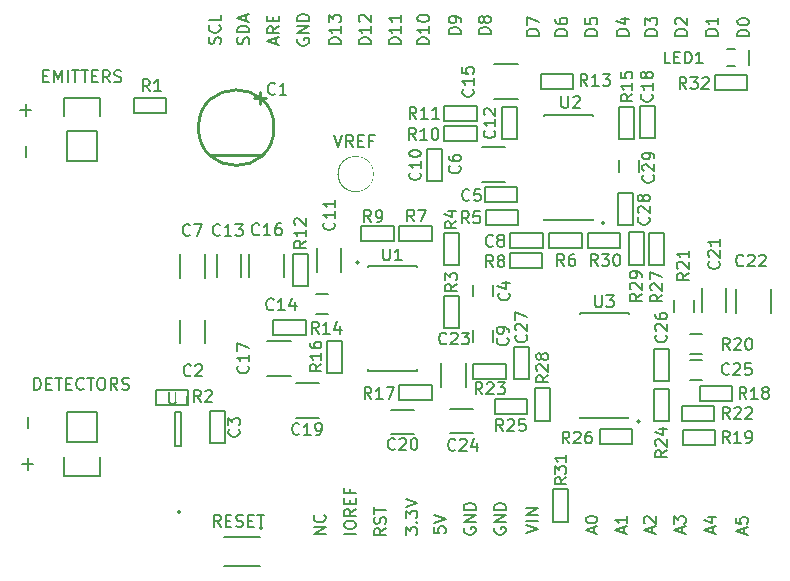
<source format=gto>
%TF.GenerationSoftware,KiCad,Pcbnew,4.0.7-e2-6376~58~ubuntu16.04.1*%
%TF.CreationDate,2017-10-04T18:34:51-07:00*%
%TF.ProjectId,mcphail-zero-analog-shield,6D63706861696C2D7A65726F2D616E61,v1.0*%
%TF.FileFunction,Legend,Top*%
%FSLAX46Y46*%
G04 Gerber Fmt 4.6, Leading zero omitted, Abs format (unit mm)*
G04 Created by KiCad (PCBNEW 4.0.7-e2-6376~58~ubuntu16.04.1) date Wed Oct  4 18:34:51 2017*
%MOMM*%
%LPD*%
G01*
G04 APERTURE LIST*
%ADD10C,0.350000*%
%ADD11C,0.203200*%
%ADD12C,0.152400*%
%ADD13C,0.150000*%
%ADD14C,0.200000*%
%ADD15C,0.127000*%
%ADD16C,0.254000*%
%ADD17R,1.402400X1.152400*%
%ADD18R,1.212400X0.802400*%
%ADD19R,0.952400X0.902400*%
%ADD20R,1.652400X0.752400*%
%ADD21C,2.946400*%
%ADD22R,1.152400X2.652400*%
%ADD23R,2.652400X1.152400*%
%ADD24R,0.952400X1.852400*%
%ADD25R,0.902400X0.952400*%
%ADD26R,1.152400X1.402400*%
%ADD27R,1.152400X1.752400*%
%ADD28R,1.752400X1.152400*%
%ADD29C,1.752400*%
%ADD30R,2.184400X2.184400*%
%ADD31O,2.184400X2.184400*%
%ADD32O,1.676400X2.692400*%
%ADD33C,3.327400*%
G04 APERTURE END LIST*
D10*
D11*
X34123086Y-157833181D02*
X34123086Y-158800800D01*
X34123086Y-161340800D02*
X34123086Y-162308419D01*
X33639276Y-161824609D02*
X34606895Y-161824609D01*
D12*
X34667372Y-155526619D02*
X34667372Y-154510619D01*
X34909277Y-154510619D01*
X35054419Y-154559000D01*
X35151181Y-154655762D01*
X35199562Y-154752524D01*
X35247943Y-154946048D01*
X35247943Y-155091190D01*
X35199562Y-155284714D01*
X35151181Y-155381476D01*
X35054419Y-155478238D01*
X34909277Y-155526619D01*
X34667372Y-155526619D01*
X35683372Y-154994429D02*
X36022038Y-154994429D01*
X36167181Y-155526619D02*
X35683372Y-155526619D01*
X35683372Y-154510619D01*
X36167181Y-154510619D01*
X36457467Y-154510619D02*
X37038038Y-154510619D01*
X36747753Y-155526619D02*
X36747753Y-154510619D01*
X37376705Y-154994429D02*
X37715371Y-154994429D01*
X37860514Y-155526619D02*
X37376705Y-155526619D01*
X37376705Y-154510619D01*
X37860514Y-154510619D01*
X38876514Y-155429857D02*
X38828133Y-155478238D01*
X38682990Y-155526619D01*
X38586228Y-155526619D01*
X38441086Y-155478238D01*
X38344324Y-155381476D01*
X38295943Y-155284714D01*
X38247562Y-155091190D01*
X38247562Y-154946048D01*
X38295943Y-154752524D01*
X38344324Y-154655762D01*
X38441086Y-154559000D01*
X38586228Y-154510619D01*
X38682990Y-154510619D01*
X38828133Y-154559000D01*
X38876514Y-154607381D01*
X39166800Y-154510619D02*
X39747371Y-154510619D01*
X39457086Y-155526619D02*
X39457086Y-154510619D01*
X40279562Y-154510619D02*
X40473085Y-154510619D01*
X40569847Y-154559000D01*
X40666609Y-154655762D01*
X40714990Y-154849286D01*
X40714990Y-155187952D01*
X40666609Y-155381476D01*
X40569847Y-155478238D01*
X40473085Y-155526619D01*
X40279562Y-155526619D01*
X40182800Y-155478238D01*
X40086038Y-155381476D01*
X40037657Y-155187952D01*
X40037657Y-154849286D01*
X40086038Y-154655762D01*
X40182800Y-154559000D01*
X40279562Y-154510619D01*
X41730990Y-155526619D02*
X41392324Y-155042810D01*
X41150419Y-155526619D02*
X41150419Y-154510619D01*
X41537466Y-154510619D01*
X41634228Y-154559000D01*
X41682609Y-154607381D01*
X41730990Y-154704143D01*
X41730990Y-154849286D01*
X41682609Y-154946048D01*
X41634228Y-154994429D01*
X41537466Y-155042810D01*
X41150419Y-155042810D01*
X42118038Y-155478238D02*
X42263181Y-155526619D01*
X42505085Y-155526619D01*
X42601847Y-155478238D01*
X42650228Y-155429857D01*
X42698609Y-155333095D01*
X42698609Y-155236333D01*
X42650228Y-155139571D01*
X42601847Y-155091190D01*
X42505085Y-155042810D01*
X42311562Y-154994429D01*
X42214800Y-154946048D01*
X42166419Y-154897667D01*
X42118038Y-154800905D01*
X42118038Y-154704143D01*
X42166419Y-154607381D01*
X42214800Y-154559000D01*
X42311562Y-154510619D01*
X42553466Y-154510619D01*
X42698609Y-154559000D01*
D11*
X33970686Y-131366381D02*
X33970686Y-132334000D01*
X33486876Y-131850190D02*
X34454495Y-131850190D01*
X33970686Y-134874000D02*
X33970686Y-135841619D01*
D12*
X35469286Y-128959429D02*
X35807952Y-128959429D01*
X35953095Y-129491619D02*
X35469286Y-129491619D01*
X35469286Y-128475619D01*
X35953095Y-128475619D01*
X36388524Y-129491619D02*
X36388524Y-128475619D01*
X36727190Y-129201333D01*
X37065857Y-128475619D01*
X37065857Y-129491619D01*
X37549667Y-129491619D02*
X37549667Y-128475619D01*
X37888334Y-128475619D02*
X38468905Y-128475619D01*
X38178620Y-129491619D02*
X38178620Y-128475619D01*
X38662429Y-128475619D02*
X39243000Y-128475619D01*
X38952715Y-129491619D02*
X38952715Y-128475619D01*
X39581667Y-128959429D02*
X39920333Y-128959429D01*
X40065476Y-129491619D02*
X39581667Y-129491619D01*
X39581667Y-128475619D01*
X40065476Y-128475619D01*
X41081476Y-129491619D02*
X40742810Y-129007810D01*
X40500905Y-129491619D02*
X40500905Y-128475619D01*
X40887952Y-128475619D01*
X40984714Y-128524000D01*
X41033095Y-128572381D01*
X41081476Y-128669143D01*
X41081476Y-128814286D01*
X41033095Y-128911048D01*
X40984714Y-128959429D01*
X40887952Y-129007810D01*
X40500905Y-129007810D01*
X41468524Y-129443238D02*
X41613667Y-129491619D01*
X41855571Y-129491619D01*
X41952333Y-129443238D01*
X42000714Y-129394857D01*
X42049095Y-129298095D01*
X42049095Y-129201333D01*
X42000714Y-129104571D01*
X41952333Y-129056190D01*
X41855571Y-129007810D01*
X41662048Y-128959429D01*
X41565286Y-128911048D01*
X41516905Y-128862667D01*
X41468524Y-128765905D01*
X41468524Y-128669143D01*
X41516905Y-128572381D01*
X41565286Y-128524000D01*
X41662048Y-128475619D01*
X41903952Y-128475619D01*
X42049095Y-128524000D01*
X50467381Y-167134419D02*
X50128715Y-166650610D01*
X49886810Y-167134419D02*
X49886810Y-166118419D01*
X50273857Y-166118419D01*
X50370619Y-166166800D01*
X50419000Y-166215181D01*
X50467381Y-166311943D01*
X50467381Y-166457086D01*
X50419000Y-166553848D01*
X50370619Y-166602229D01*
X50273857Y-166650610D01*
X49886810Y-166650610D01*
X50902810Y-166602229D02*
X51241476Y-166602229D01*
X51386619Y-167134419D02*
X50902810Y-167134419D01*
X50902810Y-166118419D01*
X51386619Y-166118419D01*
X51773667Y-167086038D02*
X51918810Y-167134419D01*
X52160714Y-167134419D01*
X52257476Y-167086038D01*
X52305857Y-167037657D01*
X52354238Y-166940895D01*
X52354238Y-166844133D01*
X52305857Y-166747371D01*
X52257476Y-166698990D01*
X52160714Y-166650610D01*
X51967191Y-166602229D01*
X51870429Y-166553848D01*
X51822048Y-166505467D01*
X51773667Y-166408705D01*
X51773667Y-166311943D01*
X51822048Y-166215181D01*
X51870429Y-166166800D01*
X51967191Y-166118419D01*
X52209095Y-166118419D01*
X52354238Y-166166800D01*
X52789667Y-166602229D02*
X53128333Y-166602229D01*
X53273476Y-167134419D02*
X52789667Y-167134419D01*
X52789667Y-166118419D01*
X53273476Y-166118419D01*
X53563762Y-166118419D02*
X54144333Y-166118419D01*
X53854048Y-167134419D02*
X53854048Y-166118419D01*
X60107286Y-133962019D02*
X60445953Y-134978019D01*
X60784619Y-133962019D01*
X61703857Y-134978019D02*
X61365191Y-134494210D01*
X61123286Y-134978019D02*
X61123286Y-133962019D01*
X61510333Y-133962019D01*
X61607095Y-134010400D01*
X61655476Y-134058781D01*
X61703857Y-134155543D01*
X61703857Y-134300686D01*
X61655476Y-134397448D01*
X61607095Y-134445829D01*
X61510333Y-134494210D01*
X61123286Y-134494210D01*
X62139286Y-134445829D02*
X62477952Y-134445829D01*
X62623095Y-134978019D02*
X62139286Y-134978019D01*
X62139286Y-133962019D01*
X62623095Y-133962019D01*
X63397190Y-134445829D02*
X63058524Y-134445829D01*
X63058524Y-134978019D02*
X63058524Y-133962019D01*
X63542333Y-133962019D01*
D13*
X71832291Y-146617099D02*
X71832291Y-147617099D01*
X73532291Y-147617099D02*
X73532291Y-146617099D01*
X47130600Y-157416800D02*
X46630600Y-157416800D01*
X47130600Y-160316800D02*
X47130600Y-157416800D01*
X46630600Y-160316800D02*
X47130600Y-160316800D01*
X46630600Y-157416800D02*
X46630600Y-160316800D01*
D12*
X89533164Y-156931946D02*
X89533164Y-158201946D01*
X92263664Y-156931946D02*
X92263664Y-158201946D01*
D13*
X89533164Y-156931946D02*
X92263664Y-156931946D01*
X92263664Y-158201946D02*
X89533164Y-158201946D01*
D14*
X82989400Y-141401800D02*
G75*
G03X82989400Y-141401800I-127000J0D01*
G01*
D13*
X77866400Y-141152800D02*
X77866400Y-141037800D01*
X77866400Y-132252800D02*
X77866400Y-132367800D01*
X82016400Y-132252800D02*
X82016400Y-132367800D01*
X81973400Y-141147800D02*
X77866400Y-141152800D01*
X82016400Y-132252800D02*
X77866400Y-132252800D01*
X81973400Y-141152800D02*
X81973400Y-141037800D01*
D12*
X63357538Y-137261600D02*
G75*
G03X63357538Y-137261600I-1457738J0D01*
G01*
D14*
X85981564Y-158176546D02*
G75*
G03X85981564Y-158176546I-127000J0D01*
G01*
D13*
X80858564Y-157927546D02*
X80858564Y-157812546D01*
X80858564Y-149027546D02*
X80858564Y-149142546D01*
X85008564Y-149027546D02*
X85008564Y-149142546D01*
X84965564Y-157922546D02*
X80858564Y-157927546D01*
X85008564Y-149027546D02*
X80858564Y-149027546D01*
X84965564Y-157927546D02*
X84965564Y-157812546D01*
X75623800Y-127963400D02*
X73623800Y-127963400D01*
X73623800Y-130913400D02*
X75623800Y-130913400D01*
X94105200Y-147007200D02*
X94105200Y-149007200D01*
X97055200Y-149007200D02*
X97055200Y-147007200D01*
X53788520Y-167964800D02*
X50788520Y-167964800D01*
X53788520Y-170464800D02*
X50788520Y-170464800D01*
D10*
X53895200Y-167214800D02*
X53895200Y-167214800D01*
X46973180Y-165901620D02*
X46973180Y-165901620D01*
D12*
X95046800Y-130175000D02*
X95046800Y-128905000D01*
X92316300Y-130175000D02*
X92316300Y-128905000D01*
D13*
X95046800Y-130175000D02*
X92316300Y-130175000D01*
X92316300Y-128905000D02*
X95046800Y-128905000D01*
D12*
X79857600Y-163945000D02*
X78587600Y-163945000D01*
X79857600Y-166675500D02*
X78587600Y-166675500D01*
D13*
X79857600Y-163945000D02*
X79857600Y-166675500D01*
X78587600Y-166675500D02*
X78587600Y-163945000D01*
D12*
X81584800Y-142214600D02*
X81584800Y-143484600D01*
X84315300Y-142214600D02*
X84315300Y-143484600D01*
D13*
X81584800Y-142214600D02*
X84315300Y-142214600D01*
X84315300Y-143484600D02*
X81584800Y-143484600D01*
D12*
X86289179Y-142204949D02*
X85019179Y-142204949D01*
X86289179Y-144935449D02*
X85019179Y-144935449D01*
D13*
X86289179Y-142204949D02*
X86289179Y-144935449D01*
X85019179Y-144935449D02*
X85019179Y-142204949D01*
D12*
X88041779Y-142267749D02*
X86771779Y-142267749D01*
X88041779Y-144998249D02*
X86771779Y-144998249D01*
D13*
X88041779Y-142267749D02*
X88041779Y-144998249D01*
X86771779Y-144998249D02*
X86771779Y-142267749D01*
D12*
X82588800Y-158877000D02*
X82588800Y-160147000D01*
X85319300Y-158877000D02*
X85319300Y-160147000D01*
D13*
X82588800Y-158877000D02*
X85319300Y-158877000D01*
X85319300Y-160147000D02*
X82588800Y-160147000D01*
D12*
X76415200Y-157556200D02*
X76415200Y-156286200D01*
X73684700Y-157556200D02*
X73684700Y-156286200D01*
D13*
X76415200Y-157556200D02*
X73684700Y-157556200D01*
X73684700Y-156286200D02*
X76415200Y-156286200D01*
D12*
X87172800Y-158177800D02*
X88442800Y-158177800D01*
X87172800Y-155447300D02*
X88442800Y-155447300D01*
D13*
X87172800Y-158177800D02*
X87172800Y-155447300D01*
X88442800Y-155447300D02*
X88442800Y-158177800D01*
D12*
X74599291Y-154610099D02*
X74599291Y-153340099D01*
X71868791Y-154610099D02*
X71868791Y-153340099D01*
D13*
X74599291Y-154610099D02*
X71868791Y-154610099D01*
X71868791Y-153340099D02*
X74599291Y-153340099D01*
X88837400Y-147902800D02*
X88837400Y-148902800D01*
X90537400Y-148902800D02*
X90537400Y-147902800D01*
X91187400Y-150788000D02*
X90187400Y-150788000D01*
X90187400Y-152488000D02*
X91187400Y-152488000D01*
D12*
X92337320Y-160157160D02*
X92337320Y-158887160D01*
X89606820Y-160157160D02*
X89606820Y-158887160D01*
D13*
X92337320Y-160157160D02*
X89606820Y-160157160D01*
X89606820Y-158887160D02*
X92337320Y-158887160D01*
D12*
X91033600Y-155192046D02*
X91033600Y-156462046D01*
X93764100Y-155192046D02*
X93764100Y-156462046D01*
D13*
X91033600Y-155192046D02*
X93764100Y-155192046D01*
X93764100Y-156462046D02*
X91033600Y-156462046D01*
D12*
X68338000Y-156387800D02*
X68338000Y-155117800D01*
X65607500Y-156387800D02*
X65607500Y-155117800D01*
D13*
X68338000Y-156387800D02*
X65607500Y-156387800D01*
X65607500Y-155117800D02*
X68338000Y-155117800D01*
D12*
X59448891Y-154090099D02*
X60718891Y-154090099D01*
X59448891Y-151359599D02*
X60718891Y-151359599D01*
D13*
X59448891Y-154090099D02*
X59448891Y-151359599D01*
X60718891Y-151359599D02*
X60718891Y-154090099D01*
D12*
X85448140Y-131540820D02*
X84178140Y-131540820D01*
X85448140Y-134271320D02*
X84178140Y-134271320D01*
D13*
X85448140Y-131540820D02*
X85448140Y-134271320D01*
X84178140Y-134271320D02*
X84178140Y-131540820D01*
D12*
X77583600Y-128752600D02*
X77583600Y-130022600D01*
X80314100Y-128752600D02*
X80314100Y-130022600D01*
D13*
X77583600Y-128752600D02*
X80314100Y-128752600D01*
X80314100Y-130022600D02*
X77583600Y-130022600D01*
D12*
X57861200Y-144004600D02*
X56591200Y-144004600D01*
X57861200Y-146735100D02*
X56591200Y-146735100D01*
D13*
X57861200Y-144004600D02*
X57861200Y-146735100D01*
X56591200Y-146735100D02*
X56591200Y-144004600D01*
D12*
X72138540Y-132748020D02*
X72138540Y-131478020D01*
X69408040Y-132748020D02*
X69408040Y-131478020D01*
D13*
X72138540Y-132748020D02*
X69408040Y-132748020D01*
X69408040Y-131478020D02*
X72138540Y-131478020D01*
D12*
X62378583Y-141656099D02*
X62378583Y-142926099D01*
X65109083Y-141656099D02*
X65109083Y-142926099D01*
D13*
X62378583Y-141656099D02*
X65109083Y-141656099D01*
X65109083Y-142926099D02*
X62378583Y-142926099D01*
D12*
X74968800Y-143941800D02*
X74968800Y-145211800D01*
X77699300Y-143941800D02*
X77699300Y-145211800D01*
D13*
X74968800Y-143941800D02*
X77699300Y-143941800D01*
X77699300Y-145211800D02*
X74968800Y-145211800D01*
D12*
X65607691Y-141656099D02*
X65607691Y-142926099D01*
X68338191Y-141656099D02*
X68338191Y-142926099D01*
D13*
X65607691Y-141656099D02*
X68338191Y-141656099D01*
X68338191Y-142926099D02*
X65607691Y-142926099D01*
D12*
X78294800Y-142214600D02*
X78294800Y-143484600D01*
X81025300Y-142214600D02*
X81025300Y-143484600D01*
D13*
X78294800Y-142214600D02*
X81025300Y-142214600D01*
X81025300Y-143484600D02*
X78294800Y-143484600D01*
D12*
X75653200Y-141554200D02*
X75653200Y-140284200D01*
X72922700Y-141554200D02*
X72922700Y-140284200D01*
D13*
X75653200Y-141554200D02*
X72922700Y-141554200D01*
X72922700Y-140284200D02*
X75653200Y-140284200D01*
D12*
X69342000Y-144969800D02*
X70612000Y-144969800D01*
X69342000Y-142239300D02*
X70612000Y-142239300D01*
D13*
X69342000Y-144969800D02*
X69342000Y-142239300D01*
X70612000Y-142239300D02*
X70612000Y-144969800D01*
D12*
X69354891Y-150280099D02*
X70624891Y-150280099D01*
X69354891Y-147549599D02*
X70624891Y-147549599D01*
D13*
X69354891Y-150280099D02*
X69354891Y-147549599D01*
X70624891Y-147549599D02*
X70624891Y-150280099D01*
D12*
X44970000Y-155524200D02*
X44970000Y-156794200D01*
X47700500Y-155524200D02*
X47700500Y-156794200D01*
D13*
X44970000Y-155524200D02*
X47700500Y-155524200D01*
X47700500Y-156794200D02*
X44970000Y-156794200D01*
D12*
X45884400Y-132105400D02*
X45884400Y-130835400D01*
X43153900Y-132105400D02*
X43153900Y-130835400D01*
D13*
X45884400Y-132105400D02*
X43153900Y-132105400D01*
X43153900Y-130835400D02*
X45884400Y-130835400D01*
D15*
X95186800Y-126756400D02*
X95186800Y-128056400D01*
D13*
X94011800Y-128106400D02*
X93311800Y-128106400D01*
X93311800Y-126706400D02*
X94011800Y-126706400D01*
X84166340Y-136092820D02*
X84166340Y-137092820D01*
X85866340Y-137092820D02*
X85866340Y-136092820D01*
D12*
X84127340Y-141599220D02*
X85397340Y-141599220D01*
X84127340Y-138868720D02*
X85397340Y-138868720D01*
D13*
X84127340Y-141599220D02*
X84127340Y-138868720D01*
X85397340Y-138868720D02*
X85397340Y-141599220D01*
D12*
X75336400Y-154621800D02*
X76606400Y-154621800D01*
X75336400Y-151891300D02*
X76606400Y-151891300D01*
D13*
X75336400Y-154621800D02*
X75336400Y-151891300D01*
X76606400Y-151891300D02*
X76606400Y-154621800D01*
D12*
X87122000Y-154801000D02*
X88392000Y-154801000D01*
X87122000Y-152070500D02*
X88392000Y-152070500D01*
D13*
X87122000Y-154801000D02*
X87122000Y-152070500D01*
X88392000Y-152070500D02*
X88392000Y-154801000D01*
X69864600Y-159216200D02*
X71864600Y-159216200D01*
X71864600Y-157166200D02*
X69864600Y-157166200D01*
X71205200Y-155279600D02*
X71205200Y-153279600D01*
X69155200Y-153279600D02*
X69155200Y-155279600D01*
X64862200Y-159267000D02*
X66862200Y-159267000D01*
X66862200Y-157217000D02*
X64862200Y-157217000D01*
X56811800Y-157939000D02*
X58811800Y-157939000D01*
X58811800Y-154989000D02*
X56811800Y-154989000D01*
D12*
X87213440Y-131490720D02*
X85943440Y-131490720D01*
X87213440Y-134221220D02*
X85943440Y-134221220D01*
D13*
X87213440Y-131490720D02*
X87213440Y-134221220D01*
X85943440Y-134221220D02*
X85943440Y-131490720D01*
X54424200Y-154332200D02*
X56424200Y-154332200D01*
X56424200Y-151382200D02*
X54424200Y-151382200D01*
X52855600Y-144010000D02*
X52855600Y-146010000D01*
X55805600Y-146010000D02*
X55805600Y-144010000D01*
X58533091Y-149148199D02*
X59533091Y-149148199D01*
X59533091Y-147448199D02*
X58533091Y-147448199D01*
X50156000Y-144010000D02*
X50156000Y-146010000D01*
X52206000Y-146010000D02*
X52206000Y-144010000D01*
D12*
X75539600Y-131542220D02*
X74269600Y-131542220D01*
X75539600Y-134272720D02*
X74269600Y-134272720D01*
D13*
X75539600Y-131542220D02*
X75539600Y-134272720D01*
X74269600Y-134272720D02*
X74269600Y-131542220D01*
X58588800Y-143552800D02*
X58588800Y-145552800D01*
X60638800Y-145552800D02*
X60638800Y-143552800D01*
D12*
X69189600Y-135114600D02*
X67919600Y-135114600D01*
X69189600Y-137845100D02*
X67919600Y-137845100D01*
D13*
X69189600Y-135114600D02*
X69189600Y-137845100D01*
X67919600Y-137845100D02*
X67919600Y-135114600D01*
X71832291Y-150443099D02*
X71832291Y-151443099D01*
X73532291Y-151443099D02*
X73532291Y-150443099D01*
D12*
X77724000Y-143484600D02*
X77724000Y-142214600D01*
X74993500Y-143484600D02*
X74993500Y-142214600D01*
D13*
X77724000Y-143484600D02*
X74993500Y-143484600D01*
X74993500Y-142214600D02*
X77724000Y-142214600D01*
X49107200Y-146060800D02*
X49107200Y-144060800D01*
X47057200Y-144060800D02*
X47057200Y-146060800D01*
X72572240Y-137956820D02*
X74572240Y-137956820D01*
X74572240Y-135006820D02*
X72572240Y-135006820D01*
D12*
X72859200Y-138353800D02*
X72859200Y-139623800D01*
X75589700Y-138353800D02*
X75589700Y-139623800D01*
D13*
X72859200Y-138353800D02*
X75589700Y-138353800D01*
X75589700Y-139623800D02*
X72859200Y-139623800D01*
D12*
X50800000Y-157314200D02*
X49530000Y-157314200D01*
X50800000Y-160044700D02*
X49530000Y-160044700D01*
D13*
X50800000Y-157314200D02*
X50800000Y-160044700D01*
X49530000Y-160044700D02*
X49530000Y-157314200D01*
X49107200Y-151595200D02*
X49107200Y-149595200D01*
X47057200Y-149595200D02*
X47057200Y-151595200D01*
X91202400Y-146929600D02*
X91202400Y-148929600D01*
X93252400Y-148929600D02*
X93252400Y-146929600D01*
D12*
X54926800Y-149631400D02*
X54926800Y-150901400D01*
X57657300Y-149631400D02*
X57657300Y-150901400D01*
D13*
X54926800Y-149631400D02*
X57657300Y-149631400D01*
X57657300Y-150901400D02*
X54926800Y-150901400D01*
D12*
X72150540Y-134437120D02*
X72150540Y-133167120D01*
X69420040Y-134437120D02*
X69420040Y-133167120D01*
D13*
X72150540Y-134437120D02*
X69420040Y-134437120D01*
X69420040Y-133167120D02*
X72150540Y-133167120D01*
X91187400Y-153023200D02*
X90187400Y-153023200D01*
X90187400Y-154723200D02*
X91187400Y-154723200D01*
D16*
X53990600Y-135605000D02*
X49540600Y-135605000D01*
X54990600Y-133330000D02*
G75*
G03X54990600Y-133330000I-3200000J0D01*
G01*
X53290600Y-130830000D02*
X54290600Y-130830000D01*
X53790600Y-130330000D02*
X53790600Y-131330000D01*
D12*
X77114400Y-158127000D02*
X78384400Y-158127000D01*
X77114400Y-155396500D02*
X78384400Y-155396500D01*
D13*
X77114400Y-158127000D02*
X77114400Y-155396500D01*
X78384400Y-155396500D02*
X78384400Y-158127000D01*
D14*
X62212200Y-144754600D02*
G75*
G03X62212200Y-144754600I-127000J0D01*
G01*
D13*
X67081200Y-145003600D02*
X67081200Y-145118600D01*
X67081200Y-153903600D02*
X67081200Y-153788600D01*
X62931200Y-153903600D02*
X62931200Y-153788600D01*
X62974200Y-145008600D02*
X67081200Y-145003600D01*
X62931200Y-153903600D02*
X67081200Y-153903600D01*
X62974200Y-145003600D02*
X62974200Y-145118600D01*
X37465000Y-159969200D02*
X37465000Y-157429200D01*
X37185000Y-162789200D02*
X37185000Y-161239200D01*
X37465000Y-159969200D02*
X40005000Y-159969200D01*
X40285000Y-161239200D02*
X40285000Y-162789200D01*
X40285000Y-162789200D02*
X37185000Y-162789200D01*
X40005000Y-159969200D02*
X40005000Y-157429200D01*
X40005000Y-157429200D02*
X37465000Y-157429200D01*
X40005000Y-133604000D02*
X40005000Y-136144000D01*
X40285000Y-130784000D02*
X40285000Y-132334000D01*
X40005000Y-133604000D02*
X37465000Y-133604000D01*
X37185000Y-132334000D02*
X37185000Y-130784000D01*
X37185000Y-130784000D02*
X40285000Y-130784000D01*
X37465000Y-133604000D02*
X37465000Y-136144000D01*
X37465000Y-136144000D02*
X40005000Y-136144000D01*
X74855343Y-147334266D02*
X74902962Y-147381885D01*
X74950581Y-147524742D01*
X74950581Y-147619980D01*
X74902962Y-147762838D01*
X74807724Y-147858076D01*
X74712486Y-147905695D01*
X74522010Y-147953314D01*
X74379152Y-147953314D01*
X74188676Y-147905695D01*
X74093438Y-147858076D01*
X73998200Y-147762838D01*
X73950581Y-147619980D01*
X73950581Y-147524742D01*
X73998200Y-147381885D01*
X74045819Y-147334266D01*
X74283914Y-146477123D02*
X74950581Y-146477123D01*
X73902962Y-146715219D02*
X74617248Y-146953314D01*
X74617248Y-146334266D01*
X46118695Y-155719181D02*
X46118695Y-156528705D01*
X46166314Y-156623943D01*
X46213933Y-156671562D01*
X46309171Y-156719181D01*
X46499648Y-156719181D01*
X46594886Y-156671562D01*
X46642505Y-156623943D01*
X46690124Y-156528705D01*
X46690124Y-155719181D01*
X47594886Y-156052514D02*
X47594886Y-156719181D01*
X47356790Y-155671562D02*
X47118695Y-156385848D01*
X47737743Y-156385848D01*
X93565743Y-157983181D02*
X93232409Y-157506990D01*
X92994314Y-157983181D02*
X92994314Y-156983181D01*
X93375267Y-156983181D01*
X93470505Y-157030800D01*
X93518124Y-157078419D01*
X93565743Y-157173657D01*
X93565743Y-157316514D01*
X93518124Y-157411752D01*
X93470505Y-157459371D01*
X93375267Y-157506990D01*
X92994314Y-157506990D01*
X93946695Y-157078419D02*
X93994314Y-157030800D01*
X94089552Y-156983181D01*
X94327648Y-156983181D01*
X94422886Y-157030800D01*
X94470505Y-157078419D01*
X94518124Y-157173657D01*
X94518124Y-157268895D01*
X94470505Y-157411752D01*
X93899076Y-157983181D01*
X94518124Y-157983181D01*
X94899076Y-157078419D02*
X94946695Y-157030800D01*
X95041933Y-156983181D01*
X95280029Y-156983181D01*
X95375267Y-157030800D01*
X95422886Y-157078419D01*
X95470505Y-157173657D01*
X95470505Y-157268895D01*
X95422886Y-157411752D01*
X94851457Y-157983181D01*
X95470505Y-157983181D01*
X79324295Y-130668781D02*
X79324295Y-131478305D01*
X79371914Y-131573543D01*
X79419533Y-131621162D01*
X79514771Y-131668781D01*
X79705248Y-131668781D01*
X79800486Y-131621162D01*
X79848105Y-131573543D01*
X79895724Y-131478305D01*
X79895724Y-130668781D01*
X80324295Y-130764019D02*
X80371914Y-130716400D01*
X80467152Y-130668781D01*
X80705248Y-130668781D01*
X80800486Y-130716400D01*
X80848105Y-130764019D01*
X80895724Y-130859257D01*
X80895724Y-130954495D01*
X80848105Y-131097352D01*
X80276676Y-131668781D01*
X80895724Y-131668781D01*
X82169095Y-147534381D02*
X82169095Y-148343905D01*
X82216714Y-148439143D01*
X82264333Y-148486762D01*
X82359571Y-148534381D01*
X82550048Y-148534381D01*
X82645286Y-148486762D01*
X82692905Y-148439143D01*
X82740524Y-148343905D01*
X82740524Y-147534381D01*
X83121476Y-147534381D02*
X83740524Y-147534381D01*
X83407190Y-147915333D01*
X83550048Y-147915333D01*
X83645286Y-147962952D01*
X83692905Y-148010571D01*
X83740524Y-148105810D01*
X83740524Y-148343905D01*
X83692905Y-148439143D01*
X83645286Y-148486762D01*
X83550048Y-148534381D01*
X83264333Y-148534381D01*
X83169095Y-148486762D01*
X83121476Y-148439143D01*
X71807343Y-130081257D02*
X71854962Y-130128876D01*
X71902581Y-130271733D01*
X71902581Y-130366971D01*
X71854962Y-130509829D01*
X71759724Y-130605067D01*
X71664486Y-130652686D01*
X71474010Y-130700305D01*
X71331152Y-130700305D01*
X71140676Y-130652686D01*
X71045438Y-130605067D01*
X70950200Y-130509829D01*
X70902581Y-130366971D01*
X70902581Y-130271733D01*
X70950200Y-130128876D01*
X70997819Y-130081257D01*
X71902581Y-129128876D02*
X71902581Y-129700305D01*
X71902581Y-129414591D02*
X70902581Y-129414591D01*
X71045438Y-129509829D01*
X71140676Y-129605067D01*
X71188295Y-129700305D01*
X70902581Y-128224114D02*
X70902581Y-128700305D01*
X71378771Y-128747924D01*
X71331152Y-128700305D01*
X71283533Y-128605067D01*
X71283533Y-128366971D01*
X71331152Y-128271733D01*
X71378771Y-128224114D01*
X71474010Y-128176495D01*
X71712105Y-128176495D01*
X71807343Y-128224114D01*
X71854962Y-128271733D01*
X71902581Y-128366971D01*
X71902581Y-128605067D01*
X71854962Y-128700305D01*
X71807343Y-128747924D01*
X94734143Y-144984743D02*
X94686524Y-145032362D01*
X94543667Y-145079981D01*
X94448429Y-145079981D01*
X94305571Y-145032362D01*
X94210333Y-144937124D01*
X94162714Y-144841886D01*
X94115095Y-144651410D01*
X94115095Y-144508552D01*
X94162714Y-144318076D01*
X94210333Y-144222838D01*
X94305571Y-144127600D01*
X94448429Y-144079981D01*
X94543667Y-144079981D01*
X94686524Y-144127600D01*
X94734143Y-144175219D01*
X95115095Y-144175219D02*
X95162714Y-144127600D01*
X95257952Y-144079981D01*
X95496048Y-144079981D01*
X95591286Y-144127600D01*
X95638905Y-144175219D01*
X95686524Y-144270457D01*
X95686524Y-144365695D01*
X95638905Y-144508552D01*
X95067476Y-145079981D01*
X95686524Y-145079981D01*
X96067476Y-144175219D02*
X96115095Y-144127600D01*
X96210333Y-144079981D01*
X96448429Y-144079981D01*
X96543667Y-144127600D01*
X96591286Y-144175219D01*
X96638905Y-144270457D01*
X96638905Y-144365695D01*
X96591286Y-144508552D01*
X96019857Y-145079981D01*
X96638905Y-145079981D01*
X89895443Y-130055881D02*
X89562109Y-129579690D01*
X89324014Y-130055881D02*
X89324014Y-129055881D01*
X89704967Y-129055881D01*
X89800205Y-129103500D01*
X89847824Y-129151119D01*
X89895443Y-129246357D01*
X89895443Y-129389214D01*
X89847824Y-129484452D01*
X89800205Y-129532071D01*
X89704967Y-129579690D01*
X89324014Y-129579690D01*
X90228776Y-129055881D02*
X90847824Y-129055881D01*
X90514490Y-129436833D01*
X90657348Y-129436833D01*
X90752586Y-129484452D01*
X90800205Y-129532071D01*
X90847824Y-129627310D01*
X90847824Y-129865405D01*
X90800205Y-129960643D01*
X90752586Y-130008262D01*
X90657348Y-130055881D01*
X90371633Y-130055881D01*
X90276395Y-130008262D01*
X90228776Y-129960643D01*
X91228776Y-129151119D02*
X91276395Y-129103500D01*
X91371633Y-129055881D01*
X91609729Y-129055881D01*
X91704967Y-129103500D01*
X91752586Y-129151119D01*
X91800205Y-129246357D01*
X91800205Y-129341595D01*
X91752586Y-129484452D01*
X91181157Y-130055881D01*
X91800205Y-130055881D01*
X79751181Y-162948857D02*
X79274990Y-163282191D01*
X79751181Y-163520286D02*
X78751181Y-163520286D01*
X78751181Y-163139333D01*
X78798800Y-163044095D01*
X78846419Y-162996476D01*
X78941657Y-162948857D01*
X79084514Y-162948857D01*
X79179752Y-162996476D01*
X79227371Y-163044095D01*
X79274990Y-163139333D01*
X79274990Y-163520286D01*
X78751181Y-162615524D02*
X78751181Y-161996476D01*
X79132133Y-162329810D01*
X79132133Y-162186952D01*
X79179752Y-162091714D01*
X79227371Y-162044095D01*
X79322610Y-161996476D01*
X79560705Y-161996476D01*
X79655943Y-162044095D01*
X79703562Y-162091714D01*
X79751181Y-162186952D01*
X79751181Y-162472667D01*
X79703562Y-162567905D01*
X79655943Y-162615524D01*
X79751181Y-161044095D02*
X79751181Y-161615524D01*
X79751181Y-161329810D02*
X78751181Y-161329810D01*
X78894038Y-161425048D01*
X78989276Y-161520286D01*
X79036895Y-161615524D01*
X82389743Y-145029181D02*
X82056409Y-144552990D01*
X81818314Y-145029181D02*
X81818314Y-144029181D01*
X82199267Y-144029181D01*
X82294505Y-144076800D01*
X82342124Y-144124419D01*
X82389743Y-144219657D01*
X82389743Y-144362514D01*
X82342124Y-144457752D01*
X82294505Y-144505371D01*
X82199267Y-144552990D01*
X81818314Y-144552990D01*
X82723076Y-144029181D02*
X83342124Y-144029181D01*
X83008790Y-144410133D01*
X83151648Y-144410133D01*
X83246886Y-144457752D01*
X83294505Y-144505371D01*
X83342124Y-144600610D01*
X83342124Y-144838705D01*
X83294505Y-144933943D01*
X83246886Y-144981562D01*
X83151648Y-145029181D01*
X82865933Y-145029181D01*
X82770695Y-144981562D01*
X82723076Y-144933943D01*
X83961171Y-144029181D02*
X84056410Y-144029181D01*
X84151648Y-144076800D01*
X84199267Y-144124419D01*
X84246886Y-144219657D01*
X84294505Y-144410133D01*
X84294505Y-144648229D01*
X84246886Y-144838705D01*
X84199267Y-144933943D01*
X84151648Y-144981562D01*
X84056410Y-145029181D01*
X83961171Y-145029181D01*
X83865933Y-144981562D01*
X83818314Y-144933943D01*
X83770695Y-144838705D01*
X83723076Y-144648229D01*
X83723076Y-144410133D01*
X83770695Y-144219657D01*
X83818314Y-144124419D01*
X83865933Y-144076800D01*
X83961171Y-144029181D01*
X86106560Y-147407806D02*
X85630369Y-147741140D01*
X86106560Y-147979235D02*
X85106560Y-147979235D01*
X85106560Y-147598282D01*
X85154179Y-147503044D01*
X85201798Y-147455425D01*
X85297036Y-147407806D01*
X85439893Y-147407806D01*
X85535131Y-147455425D01*
X85582750Y-147503044D01*
X85630369Y-147598282D01*
X85630369Y-147979235D01*
X85201798Y-147026854D02*
X85154179Y-146979235D01*
X85106560Y-146883997D01*
X85106560Y-146645901D01*
X85154179Y-146550663D01*
X85201798Y-146503044D01*
X85297036Y-146455425D01*
X85392274Y-146455425D01*
X85535131Y-146503044D01*
X86106560Y-147074473D01*
X86106560Y-146455425D01*
X86106560Y-145979235D02*
X86106560Y-145788759D01*
X86058941Y-145693520D01*
X86011322Y-145645901D01*
X85868465Y-145550663D01*
X85677989Y-145503044D01*
X85297036Y-145503044D01*
X85201798Y-145550663D01*
X85154179Y-145598282D01*
X85106560Y-145693520D01*
X85106560Y-145883997D01*
X85154179Y-145979235D01*
X85201798Y-146026854D01*
X85297036Y-146074473D01*
X85535131Y-146074473D01*
X85630369Y-146026854D01*
X85677989Y-145979235D01*
X85725608Y-145883997D01*
X85725608Y-145693520D01*
X85677989Y-145598282D01*
X85630369Y-145550663D01*
X85535131Y-145503044D01*
X87859160Y-147470606D02*
X87382969Y-147803940D01*
X87859160Y-148042035D02*
X86859160Y-148042035D01*
X86859160Y-147661082D01*
X86906779Y-147565844D01*
X86954398Y-147518225D01*
X87049636Y-147470606D01*
X87192493Y-147470606D01*
X87287731Y-147518225D01*
X87335350Y-147565844D01*
X87382969Y-147661082D01*
X87382969Y-148042035D01*
X86954398Y-147089654D02*
X86906779Y-147042035D01*
X86859160Y-146946797D01*
X86859160Y-146708701D01*
X86906779Y-146613463D01*
X86954398Y-146565844D01*
X87049636Y-146518225D01*
X87144874Y-146518225D01*
X87287731Y-146565844D01*
X87859160Y-147137273D01*
X87859160Y-146518225D01*
X86859160Y-146184892D02*
X86859160Y-145518225D01*
X87859160Y-145946797D01*
X80002143Y-160065981D02*
X79668809Y-159589790D01*
X79430714Y-160065981D02*
X79430714Y-159065981D01*
X79811667Y-159065981D01*
X79906905Y-159113600D01*
X79954524Y-159161219D01*
X80002143Y-159256457D01*
X80002143Y-159399314D01*
X79954524Y-159494552D01*
X79906905Y-159542171D01*
X79811667Y-159589790D01*
X79430714Y-159589790D01*
X80383095Y-159161219D02*
X80430714Y-159113600D01*
X80525952Y-159065981D01*
X80764048Y-159065981D01*
X80859286Y-159113600D01*
X80906905Y-159161219D01*
X80954524Y-159256457D01*
X80954524Y-159351695D01*
X80906905Y-159494552D01*
X80335476Y-160065981D01*
X80954524Y-160065981D01*
X81811667Y-159065981D02*
X81621190Y-159065981D01*
X81525952Y-159113600D01*
X81478333Y-159161219D01*
X81383095Y-159304076D01*
X81335476Y-159494552D01*
X81335476Y-159875505D01*
X81383095Y-159970743D01*
X81430714Y-160018362D01*
X81525952Y-160065981D01*
X81716429Y-160065981D01*
X81811667Y-160018362D01*
X81859286Y-159970743D01*
X81906905Y-159875505D01*
X81906905Y-159637410D01*
X81859286Y-159542171D01*
X81811667Y-159494552D01*
X81716429Y-159446933D01*
X81525952Y-159446933D01*
X81430714Y-159494552D01*
X81383095Y-159542171D01*
X81335476Y-159637410D01*
X74387343Y-158999181D02*
X74054009Y-158522990D01*
X73815914Y-158999181D02*
X73815914Y-157999181D01*
X74196867Y-157999181D01*
X74292105Y-158046800D01*
X74339724Y-158094419D01*
X74387343Y-158189657D01*
X74387343Y-158332514D01*
X74339724Y-158427752D01*
X74292105Y-158475371D01*
X74196867Y-158522990D01*
X73815914Y-158522990D01*
X74768295Y-158094419D02*
X74815914Y-158046800D01*
X74911152Y-157999181D01*
X75149248Y-157999181D01*
X75244486Y-158046800D01*
X75292105Y-158094419D01*
X75339724Y-158189657D01*
X75339724Y-158284895D01*
X75292105Y-158427752D01*
X74720676Y-158999181D01*
X75339724Y-158999181D01*
X76244486Y-157999181D02*
X75768295Y-157999181D01*
X75720676Y-158475371D01*
X75768295Y-158427752D01*
X75863533Y-158380133D01*
X76101629Y-158380133D01*
X76196867Y-158427752D01*
X76244486Y-158475371D01*
X76292105Y-158570610D01*
X76292105Y-158808705D01*
X76244486Y-158903943D01*
X76196867Y-158951562D01*
X76101629Y-158999181D01*
X75863533Y-158999181D01*
X75768295Y-158951562D01*
X75720676Y-158903943D01*
X88260181Y-160662857D02*
X87783990Y-160996191D01*
X88260181Y-161234286D02*
X87260181Y-161234286D01*
X87260181Y-160853333D01*
X87307800Y-160758095D01*
X87355419Y-160710476D01*
X87450657Y-160662857D01*
X87593514Y-160662857D01*
X87688752Y-160710476D01*
X87736371Y-160758095D01*
X87783990Y-160853333D01*
X87783990Y-161234286D01*
X87355419Y-160281905D02*
X87307800Y-160234286D01*
X87260181Y-160139048D01*
X87260181Y-159900952D01*
X87307800Y-159805714D01*
X87355419Y-159758095D01*
X87450657Y-159710476D01*
X87545895Y-159710476D01*
X87688752Y-159758095D01*
X88260181Y-160329524D01*
X88260181Y-159710476D01*
X87593514Y-158853333D02*
X88260181Y-158853333D01*
X87212562Y-159091429D02*
X87926848Y-159329524D01*
X87926848Y-158710476D01*
X72636143Y-155900381D02*
X72302809Y-155424190D01*
X72064714Y-155900381D02*
X72064714Y-154900381D01*
X72445667Y-154900381D01*
X72540905Y-154948000D01*
X72588524Y-154995619D01*
X72636143Y-155090857D01*
X72636143Y-155233714D01*
X72588524Y-155328952D01*
X72540905Y-155376571D01*
X72445667Y-155424190D01*
X72064714Y-155424190D01*
X73017095Y-154995619D02*
X73064714Y-154948000D01*
X73159952Y-154900381D01*
X73398048Y-154900381D01*
X73493286Y-154948000D01*
X73540905Y-154995619D01*
X73588524Y-155090857D01*
X73588524Y-155186095D01*
X73540905Y-155328952D01*
X72969476Y-155900381D01*
X73588524Y-155900381D01*
X73921857Y-154900381D02*
X74540905Y-154900381D01*
X74207571Y-155281333D01*
X74350429Y-155281333D01*
X74445667Y-155328952D01*
X74493286Y-155376571D01*
X74540905Y-155471810D01*
X74540905Y-155709905D01*
X74493286Y-155805143D01*
X74445667Y-155852762D01*
X74350429Y-155900381D01*
X74064714Y-155900381D01*
X73969476Y-155852762D01*
X73921857Y-155805143D01*
X90088981Y-145642057D02*
X89612790Y-145975391D01*
X90088981Y-146213486D02*
X89088981Y-146213486D01*
X89088981Y-145832533D01*
X89136600Y-145737295D01*
X89184219Y-145689676D01*
X89279457Y-145642057D01*
X89422314Y-145642057D01*
X89517552Y-145689676D01*
X89565171Y-145737295D01*
X89612790Y-145832533D01*
X89612790Y-146213486D01*
X89184219Y-145261105D02*
X89136600Y-145213486D01*
X89088981Y-145118248D01*
X89088981Y-144880152D01*
X89136600Y-144784914D01*
X89184219Y-144737295D01*
X89279457Y-144689676D01*
X89374695Y-144689676D01*
X89517552Y-144737295D01*
X90088981Y-145308724D01*
X90088981Y-144689676D01*
X90088981Y-143737295D02*
X90088981Y-144308724D01*
X90088981Y-144023010D02*
X89088981Y-144023010D01*
X89231838Y-144118248D01*
X89327076Y-144213486D01*
X89374695Y-144308724D01*
X93565743Y-152141181D02*
X93232409Y-151664990D01*
X92994314Y-152141181D02*
X92994314Y-151141181D01*
X93375267Y-151141181D01*
X93470505Y-151188800D01*
X93518124Y-151236419D01*
X93565743Y-151331657D01*
X93565743Y-151474514D01*
X93518124Y-151569752D01*
X93470505Y-151617371D01*
X93375267Y-151664990D01*
X92994314Y-151664990D01*
X93946695Y-151236419D02*
X93994314Y-151188800D01*
X94089552Y-151141181D01*
X94327648Y-151141181D01*
X94422886Y-151188800D01*
X94470505Y-151236419D01*
X94518124Y-151331657D01*
X94518124Y-151426895D01*
X94470505Y-151569752D01*
X93899076Y-152141181D01*
X94518124Y-152141181D01*
X95137171Y-151141181D02*
X95232410Y-151141181D01*
X95327648Y-151188800D01*
X95375267Y-151236419D01*
X95422886Y-151331657D01*
X95470505Y-151522133D01*
X95470505Y-151760229D01*
X95422886Y-151950705D01*
X95375267Y-152045943D01*
X95327648Y-152093562D01*
X95232410Y-152141181D01*
X95137171Y-152141181D01*
X95041933Y-152093562D01*
X94994314Y-152045943D01*
X94946695Y-151950705D01*
X94899076Y-151760229D01*
X94899076Y-151522133D01*
X94946695Y-151331657D01*
X94994314Y-151236419D01*
X95041933Y-151188800D01*
X95137171Y-151141181D01*
X93565743Y-160015181D02*
X93232409Y-159538990D01*
X92994314Y-160015181D02*
X92994314Y-159015181D01*
X93375267Y-159015181D01*
X93470505Y-159062800D01*
X93518124Y-159110419D01*
X93565743Y-159205657D01*
X93565743Y-159348514D01*
X93518124Y-159443752D01*
X93470505Y-159491371D01*
X93375267Y-159538990D01*
X92994314Y-159538990D01*
X94518124Y-160015181D02*
X93946695Y-160015181D01*
X94232409Y-160015181D02*
X94232409Y-159015181D01*
X94137171Y-159158038D01*
X94041933Y-159253276D01*
X93946695Y-159300895D01*
X94994314Y-160015181D02*
X95184790Y-160015181D01*
X95280029Y-159967562D01*
X95327648Y-159919943D01*
X95422886Y-159777086D01*
X95470505Y-159586610D01*
X95470505Y-159205657D01*
X95422886Y-159110419D01*
X95375267Y-159062800D01*
X95280029Y-159015181D01*
X95089552Y-159015181D01*
X94994314Y-159062800D01*
X94946695Y-159110419D01*
X94899076Y-159205657D01*
X94899076Y-159443752D01*
X94946695Y-159538990D01*
X94994314Y-159586610D01*
X95089552Y-159634229D01*
X95280029Y-159634229D01*
X95375267Y-159586610D01*
X95422886Y-159538990D01*
X95470505Y-159443752D01*
X94989979Y-156306781D02*
X94656645Y-155830590D01*
X94418550Y-156306781D02*
X94418550Y-155306781D01*
X94799503Y-155306781D01*
X94894741Y-155354400D01*
X94942360Y-155402019D01*
X94989979Y-155497257D01*
X94989979Y-155640114D01*
X94942360Y-155735352D01*
X94894741Y-155782971D01*
X94799503Y-155830590D01*
X94418550Y-155830590D01*
X95942360Y-156306781D02*
X95370931Y-156306781D01*
X95656645Y-156306781D02*
X95656645Y-155306781D01*
X95561407Y-155449638D01*
X95466169Y-155544876D01*
X95370931Y-155592495D01*
X96513788Y-155735352D02*
X96418550Y-155687733D01*
X96370931Y-155640114D01*
X96323312Y-155544876D01*
X96323312Y-155497257D01*
X96370931Y-155402019D01*
X96418550Y-155354400D01*
X96513788Y-155306781D01*
X96704265Y-155306781D01*
X96799503Y-155354400D01*
X96847122Y-155402019D01*
X96894741Y-155497257D01*
X96894741Y-155544876D01*
X96847122Y-155640114D01*
X96799503Y-155687733D01*
X96704265Y-155735352D01*
X96513788Y-155735352D01*
X96418550Y-155782971D01*
X96370931Y-155830590D01*
X96323312Y-155925829D01*
X96323312Y-156116305D01*
X96370931Y-156211543D01*
X96418550Y-156259162D01*
X96513788Y-156306781D01*
X96704265Y-156306781D01*
X96799503Y-156259162D01*
X96847122Y-156211543D01*
X96894741Y-156116305D01*
X96894741Y-155925829D01*
X96847122Y-155830590D01*
X96799503Y-155782971D01*
X96704265Y-155735352D01*
X63238143Y-156306781D02*
X62904809Y-155830590D01*
X62666714Y-156306781D02*
X62666714Y-155306781D01*
X63047667Y-155306781D01*
X63142905Y-155354400D01*
X63190524Y-155402019D01*
X63238143Y-155497257D01*
X63238143Y-155640114D01*
X63190524Y-155735352D01*
X63142905Y-155782971D01*
X63047667Y-155830590D01*
X62666714Y-155830590D01*
X64190524Y-156306781D02*
X63619095Y-156306781D01*
X63904809Y-156306781D02*
X63904809Y-155306781D01*
X63809571Y-155449638D01*
X63714333Y-155544876D01*
X63619095Y-155592495D01*
X64523857Y-155306781D02*
X65190524Y-155306781D01*
X64761952Y-156306781D01*
X58999381Y-153347657D02*
X58523190Y-153680991D01*
X58999381Y-153919086D02*
X57999381Y-153919086D01*
X57999381Y-153538133D01*
X58047000Y-153442895D01*
X58094619Y-153395276D01*
X58189857Y-153347657D01*
X58332714Y-153347657D01*
X58427952Y-153395276D01*
X58475571Y-153442895D01*
X58523190Y-153538133D01*
X58523190Y-153919086D01*
X58999381Y-152395276D02*
X58999381Y-152966705D01*
X58999381Y-152680991D02*
X57999381Y-152680991D01*
X58142238Y-152776229D01*
X58237476Y-152871467D01*
X58285095Y-152966705D01*
X57999381Y-151538133D02*
X57999381Y-151728610D01*
X58047000Y-151823848D01*
X58094619Y-151871467D01*
X58237476Y-151966705D01*
X58427952Y-152014324D01*
X58808905Y-152014324D01*
X58904143Y-151966705D01*
X58951762Y-151919086D01*
X58999381Y-151823848D01*
X58999381Y-151633371D01*
X58951762Y-151538133D01*
X58904143Y-151490514D01*
X58808905Y-151442895D01*
X58570810Y-151442895D01*
X58475571Y-151490514D01*
X58427952Y-151538133D01*
X58380333Y-151633371D01*
X58380333Y-151823848D01*
X58427952Y-151919086D01*
X58475571Y-151966705D01*
X58570810Y-152014324D01*
X85339181Y-130500357D02*
X84862990Y-130833691D01*
X85339181Y-131071786D02*
X84339181Y-131071786D01*
X84339181Y-130690833D01*
X84386800Y-130595595D01*
X84434419Y-130547976D01*
X84529657Y-130500357D01*
X84672514Y-130500357D01*
X84767752Y-130547976D01*
X84815371Y-130595595D01*
X84862990Y-130690833D01*
X84862990Y-131071786D01*
X85339181Y-129547976D02*
X85339181Y-130119405D01*
X85339181Y-129833691D02*
X84339181Y-129833691D01*
X84482038Y-129928929D01*
X84577276Y-130024167D01*
X84624895Y-130119405D01*
X84339181Y-128643214D02*
X84339181Y-129119405D01*
X84815371Y-129167024D01*
X84767752Y-129119405D01*
X84720133Y-129024167D01*
X84720133Y-128786071D01*
X84767752Y-128690833D01*
X84815371Y-128643214D01*
X84910610Y-128595595D01*
X85148705Y-128595595D01*
X85243943Y-128643214D01*
X85291562Y-128690833D01*
X85339181Y-128786071D01*
X85339181Y-129024167D01*
X85291562Y-129119405D01*
X85243943Y-129167024D01*
X81526143Y-129789181D02*
X81192809Y-129312990D01*
X80954714Y-129789181D02*
X80954714Y-128789181D01*
X81335667Y-128789181D01*
X81430905Y-128836800D01*
X81478524Y-128884419D01*
X81526143Y-128979657D01*
X81526143Y-129122514D01*
X81478524Y-129217752D01*
X81430905Y-129265371D01*
X81335667Y-129312990D01*
X80954714Y-129312990D01*
X82478524Y-129789181D02*
X81907095Y-129789181D01*
X82192809Y-129789181D02*
X82192809Y-128789181D01*
X82097571Y-128932038D01*
X82002333Y-129027276D01*
X81907095Y-129074895D01*
X82811857Y-128789181D02*
X83430905Y-128789181D01*
X83097571Y-129170133D01*
X83240429Y-129170133D01*
X83335667Y-129217752D01*
X83383286Y-129265371D01*
X83430905Y-129360610D01*
X83430905Y-129598705D01*
X83383286Y-129693943D01*
X83335667Y-129741562D01*
X83240429Y-129789181D01*
X82954714Y-129789181D01*
X82859476Y-129741562D01*
X82811857Y-129693943D01*
X57678581Y-142906857D02*
X57202390Y-143240191D01*
X57678581Y-143478286D02*
X56678581Y-143478286D01*
X56678581Y-143097333D01*
X56726200Y-143002095D01*
X56773819Y-142954476D01*
X56869057Y-142906857D01*
X57011914Y-142906857D01*
X57107152Y-142954476D01*
X57154771Y-143002095D01*
X57202390Y-143097333D01*
X57202390Y-143478286D01*
X57678581Y-141954476D02*
X57678581Y-142525905D01*
X57678581Y-142240191D02*
X56678581Y-142240191D01*
X56821438Y-142335429D01*
X56916676Y-142430667D01*
X56964295Y-142525905D01*
X56773819Y-141573524D02*
X56726200Y-141525905D01*
X56678581Y-141430667D01*
X56678581Y-141192571D01*
X56726200Y-141097333D01*
X56773819Y-141049714D01*
X56869057Y-141002095D01*
X56964295Y-141002095D01*
X57107152Y-141049714D01*
X57678581Y-141621143D01*
X57678581Y-141002095D01*
X67048143Y-132583181D02*
X66714809Y-132106990D01*
X66476714Y-132583181D02*
X66476714Y-131583181D01*
X66857667Y-131583181D01*
X66952905Y-131630800D01*
X67000524Y-131678419D01*
X67048143Y-131773657D01*
X67048143Y-131916514D01*
X67000524Y-132011752D01*
X66952905Y-132059371D01*
X66857667Y-132106990D01*
X66476714Y-132106990D01*
X68000524Y-132583181D02*
X67429095Y-132583181D01*
X67714809Y-132583181D02*
X67714809Y-131583181D01*
X67619571Y-131726038D01*
X67524333Y-131821276D01*
X67429095Y-131868895D01*
X68952905Y-132583181D02*
X68381476Y-132583181D01*
X68667190Y-132583181D02*
X68667190Y-131583181D01*
X68571952Y-131726038D01*
X68476714Y-131821276D01*
X68381476Y-131868895D01*
X63206334Y-141320781D02*
X62873000Y-140844590D01*
X62634905Y-141320781D02*
X62634905Y-140320781D01*
X63015858Y-140320781D01*
X63111096Y-140368400D01*
X63158715Y-140416019D01*
X63206334Y-140511257D01*
X63206334Y-140654114D01*
X63158715Y-140749352D01*
X63111096Y-140796971D01*
X63015858Y-140844590D01*
X62634905Y-140844590D01*
X63682524Y-141320781D02*
X63873000Y-141320781D01*
X63968239Y-141273162D01*
X64015858Y-141225543D01*
X64111096Y-141082686D01*
X64158715Y-140892210D01*
X64158715Y-140511257D01*
X64111096Y-140416019D01*
X64063477Y-140368400D01*
X63968239Y-140320781D01*
X63777762Y-140320781D01*
X63682524Y-140368400D01*
X63634905Y-140416019D01*
X63587286Y-140511257D01*
X63587286Y-140749352D01*
X63634905Y-140844590D01*
X63682524Y-140892210D01*
X63777762Y-140939829D01*
X63968239Y-140939829D01*
X64063477Y-140892210D01*
X64111096Y-140844590D01*
X64158715Y-140749352D01*
X73545534Y-145130781D02*
X73212200Y-144654590D01*
X72974105Y-145130781D02*
X72974105Y-144130781D01*
X73355058Y-144130781D01*
X73450296Y-144178400D01*
X73497915Y-144226019D01*
X73545534Y-144321257D01*
X73545534Y-144464114D01*
X73497915Y-144559352D01*
X73450296Y-144606971D01*
X73355058Y-144654590D01*
X72974105Y-144654590D01*
X74116962Y-144559352D02*
X74021724Y-144511733D01*
X73974105Y-144464114D01*
X73926486Y-144368876D01*
X73926486Y-144321257D01*
X73974105Y-144226019D01*
X74021724Y-144178400D01*
X74116962Y-144130781D01*
X74307439Y-144130781D01*
X74402677Y-144178400D01*
X74450296Y-144226019D01*
X74497915Y-144321257D01*
X74497915Y-144368876D01*
X74450296Y-144464114D01*
X74402677Y-144511733D01*
X74307439Y-144559352D01*
X74116962Y-144559352D01*
X74021724Y-144606971D01*
X73974105Y-144654590D01*
X73926486Y-144749829D01*
X73926486Y-144940305D01*
X73974105Y-145035543D01*
X74021724Y-145083162D01*
X74116962Y-145130781D01*
X74307439Y-145130781D01*
X74402677Y-145083162D01*
X74450296Y-145035543D01*
X74497915Y-144940305D01*
X74497915Y-144749829D01*
X74450296Y-144654590D01*
X74402677Y-144606971D01*
X74307439Y-144559352D01*
X66863934Y-141269981D02*
X66530600Y-140793790D01*
X66292505Y-141269981D02*
X66292505Y-140269981D01*
X66673458Y-140269981D01*
X66768696Y-140317600D01*
X66816315Y-140365219D01*
X66863934Y-140460457D01*
X66863934Y-140603314D01*
X66816315Y-140698552D01*
X66768696Y-140746171D01*
X66673458Y-140793790D01*
X66292505Y-140793790D01*
X67197267Y-140269981D02*
X67863934Y-140269981D01*
X67435362Y-141269981D01*
X79563934Y-145029181D02*
X79230600Y-144552990D01*
X78992505Y-145029181D02*
X78992505Y-144029181D01*
X79373458Y-144029181D01*
X79468696Y-144076800D01*
X79516315Y-144124419D01*
X79563934Y-144219657D01*
X79563934Y-144362514D01*
X79516315Y-144457752D01*
X79468696Y-144505371D01*
X79373458Y-144552990D01*
X78992505Y-144552990D01*
X80421077Y-144029181D02*
X80230600Y-144029181D01*
X80135362Y-144076800D01*
X80087743Y-144124419D01*
X79992505Y-144267276D01*
X79944886Y-144457752D01*
X79944886Y-144838705D01*
X79992505Y-144933943D01*
X80040124Y-144981562D01*
X80135362Y-145029181D01*
X80325839Y-145029181D01*
X80421077Y-144981562D01*
X80468696Y-144933943D01*
X80516315Y-144838705D01*
X80516315Y-144600610D01*
X80468696Y-144505371D01*
X80421077Y-144457752D01*
X80325839Y-144410133D01*
X80135362Y-144410133D01*
X80040124Y-144457752D01*
X79992505Y-144505371D01*
X79944886Y-144600610D01*
X71486734Y-141422381D02*
X71153400Y-140946190D01*
X70915305Y-141422381D02*
X70915305Y-140422381D01*
X71296258Y-140422381D01*
X71391496Y-140470000D01*
X71439115Y-140517619D01*
X71486734Y-140612857D01*
X71486734Y-140755714D01*
X71439115Y-140850952D01*
X71391496Y-140898571D01*
X71296258Y-140946190D01*
X70915305Y-140946190D01*
X72391496Y-140422381D02*
X71915305Y-140422381D01*
X71867686Y-140898571D01*
X71915305Y-140850952D01*
X72010543Y-140803333D01*
X72248639Y-140803333D01*
X72343877Y-140850952D01*
X72391496Y-140898571D01*
X72439115Y-140993810D01*
X72439115Y-141231905D01*
X72391496Y-141327143D01*
X72343877Y-141374762D01*
X72248639Y-141422381D01*
X72010543Y-141422381D01*
X71915305Y-141374762D01*
X71867686Y-141327143D01*
X70429381Y-141274966D02*
X69953190Y-141608300D01*
X70429381Y-141846395D02*
X69429381Y-141846395D01*
X69429381Y-141465442D01*
X69477000Y-141370204D01*
X69524619Y-141322585D01*
X69619857Y-141274966D01*
X69762714Y-141274966D01*
X69857952Y-141322585D01*
X69905571Y-141370204D01*
X69953190Y-141465442D01*
X69953190Y-141846395D01*
X69762714Y-140417823D02*
X70429381Y-140417823D01*
X69381762Y-140655919D02*
X70096048Y-140894014D01*
X70096048Y-140274966D01*
X70480181Y-146585265D02*
X70003990Y-146918599D01*
X70480181Y-147156694D02*
X69480181Y-147156694D01*
X69480181Y-146775741D01*
X69527800Y-146680503D01*
X69575419Y-146632884D01*
X69670657Y-146585265D01*
X69813514Y-146585265D01*
X69908752Y-146632884D01*
X69956371Y-146680503D01*
X70003990Y-146775741D01*
X70003990Y-147156694D01*
X69480181Y-146251932D02*
X69480181Y-145632884D01*
X69861133Y-145966218D01*
X69861133Y-145823360D01*
X69908752Y-145728122D01*
X69956371Y-145680503D01*
X70051610Y-145632884D01*
X70289705Y-145632884D01*
X70384943Y-145680503D01*
X70432562Y-145728122D01*
X70480181Y-145823360D01*
X70480181Y-146109075D01*
X70432562Y-146204313D01*
X70384943Y-146251932D01*
X48779134Y-156560781D02*
X48445800Y-156084590D01*
X48207705Y-156560781D02*
X48207705Y-155560781D01*
X48588658Y-155560781D01*
X48683896Y-155608400D01*
X48731515Y-155656019D01*
X48779134Y-155751257D01*
X48779134Y-155894114D01*
X48731515Y-155989352D01*
X48683896Y-156036971D01*
X48588658Y-156084590D01*
X48207705Y-156084590D01*
X49160086Y-155656019D02*
X49207705Y-155608400D01*
X49302943Y-155560781D01*
X49541039Y-155560781D01*
X49636277Y-155608400D01*
X49683896Y-155656019D01*
X49731515Y-155751257D01*
X49731515Y-155846495D01*
X49683896Y-155989352D01*
X49112467Y-156560781D01*
X49731515Y-156560781D01*
X44461134Y-130246381D02*
X44127800Y-129770190D01*
X43889705Y-130246381D02*
X43889705Y-129246381D01*
X44270658Y-129246381D01*
X44365896Y-129294000D01*
X44413515Y-129341619D01*
X44461134Y-129436857D01*
X44461134Y-129579714D01*
X44413515Y-129674952D01*
X44365896Y-129722571D01*
X44270658Y-129770190D01*
X43889705Y-129770190D01*
X45413515Y-130246381D02*
X44842086Y-130246381D01*
X45127800Y-130246381D02*
X45127800Y-129246381D01*
X45032562Y-129389238D01*
X44937324Y-129484476D01*
X44842086Y-129532095D01*
X88530253Y-127896881D02*
X88054062Y-127896881D01*
X88054062Y-126896881D01*
X88863586Y-127373071D02*
X89196920Y-127373071D01*
X89339777Y-127896881D02*
X88863586Y-127896881D01*
X88863586Y-126896881D01*
X89339777Y-126896881D01*
X89768348Y-127896881D02*
X89768348Y-126896881D01*
X90006443Y-126896881D01*
X90149301Y-126944500D01*
X90244539Y-127039738D01*
X90292158Y-127134976D01*
X90339777Y-127325452D01*
X90339777Y-127468310D01*
X90292158Y-127658786D01*
X90244539Y-127754024D01*
X90149301Y-127849262D01*
X90006443Y-127896881D01*
X89768348Y-127896881D01*
X91292158Y-127896881D02*
X90720729Y-127896881D01*
X91006443Y-127896881D02*
X91006443Y-126896881D01*
X90911205Y-127039738D01*
X90815967Y-127134976D01*
X90720729Y-127182595D01*
X87085443Y-137358357D02*
X87133062Y-137405976D01*
X87180681Y-137548833D01*
X87180681Y-137644071D01*
X87133062Y-137786929D01*
X87037824Y-137882167D01*
X86942586Y-137929786D01*
X86752110Y-137977405D01*
X86609252Y-137977405D01*
X86418776Y-137929786D01*
X86323538Y-137882167D01*
X86228300Y-137786929D01*
X86180681Y-137644071D01*
X86180681Y-137548833D01*
X86228300Y-137405976D01*
X86275919Y-137358357D01*
X86275919Y-136977405D02*
X86228300Y-136929786D01*
X86180681Y-136834548D01*
X86180681Y-136596452D01*
X86228300Y-136501214D01*
X86275919Y-136453595D01*
X86371157Y-136405976D01*
X86466395Y-136405976D01*
X86609252Y-136453595D01*
X87180681Y-137025024D01*
X87180681Y-136405976D01*
X87180681Y-135929786D02*
X87180681Y-135739310D01*
X87133062Y-135644071D01*
X87085443Y-135596452D01*
X86942586Y-135501214D01*
X86752110Y-135453595D01*
X86371157Y-135453595D01*
X86275919Y-135501214D01*
X86228300Y-135548833D01*
X86180681Y-135644071D01*
X86180681Y-135834548D01*
X86228300Y-135929786D01*
X86275919Y-135977405D01*
X86371157Y-136025024D01*
X86609252Y-136025024D01*
X86704490Y-135977405D01*
X86752110Y-135929786D01*
X86799729Y-135834548D01*
X86799729Y-135644071D01*
X86752110Y-135548833D01*
X86704490Y-135501214D01*
X86609252Y-135453595D01*
X86704443Y-140914357D02*
X86752062Y-140961976D01*
X86799681Y-141104833D01*
X86799681Y-141200071D01*
X86752062Y-141342929D01*
X86656824Y-141438167D01*
X86561586Y-141485786D01*
X86371110Y-141533405D01*
X86228252Y-141533405D01*
X86037776Y-141485786D01*
X85942538Y-141438167D01*
X85847300Y-141342929D01*
X85799681Y-141200071D01*
X85799681Y-141104833D01*
X85847300Y-140961976D01*
X85894919Y-140914357D01*
X85894919Y-140533405D02*
X85847300Y-140485786D01*
X85799681Y-140390548D01*
X85799681Y-140152452D01*
X85847300Y-140057214D01*
X85894919Y-140009595D01*
X85990157Y-139961976D01*
X86085395Y-139961976D01*
X86228252Y-140009595D01*
X86799681Y-140581024D01*
X86799681Y-139961976D01*
X86228252Y-139390548D02*
X86180633Y-139485786D01*
X86133014Y-139533405D01*
X86037776Y-139581024D01*
X85990157Y-139581024D01*
X85894919Y-139533405D01*
X85847300Y-139485786D01*
X85799681Y-139390548D01*
X85799681Y-139200071D01*
X85847300Y-139104833D01*
X85894919Y-139057214D01*
X85990157Y-139009595D01*
X86037776Y-139009595D01*
X86133014Y-139057214D01*
X86180633Y-139104833D01*
X86228252Y-139200071D01*
X86228252Y-139390548D01*
X86275871Y-139485786D01*
X86323490Y-139533405D01*
X86418729Y-139581024D01*
X86609205Y-139581024D01*
X86704443Y-139533405D01*
X86752062Y-139485786D01*
X86799681Y-139390548D01*
X86799681Y-139200071D01*
X86752062Y-139104833D01*
X86704443Y-139057214D01*
X86609205Y-139009595D01*
X86418729Y-139009595D01*
X86323490Y-139057214D01*
X86275871Y-139104833D01*
X86228252Y-139200071D01*
X76328543Y-150882457D02*
X76376162Y-150930076D01*
X76423781Y-151072933D01*
X76423781Y-151168171D01*
X76376162Y-151311029D01*
X76280924Y-151406267D01*
X76185686Y-151453886D01*
X75995210Y-151501505D01*
X75852352Y-151501505D01*
X75661876Y-151453886D01*
X75566638Y-151406267D01*
X75471400Y-151311029D01*
X75423781Y-151168171D01*
X75423781Y-151072933D01*
X75471400Y-150930076D01*
X75519019Y-150882457D01*
X75519019Y-150501505D02*
X75471400Y-150453886D01*
X75423781Y-150358648D01*
X75423781Y-150120552D01*
X75471400Y-150025314D01*
X75519019Y-149977695D01*
X75614257Y-149930076D01*
X75709495Y-149930076D01*
X75852352Y-149977695D01*
X76423781Y-150549124D01*
X76423781Y-149930076D01*
X75423781Y-149596743D02*
X75423781Y-148930076D01*
X76423781Y-149358648D01*
X88164943Y-150885257D02*
X88212562Y-150932876D01*
X88260181Y-151075733D01*
X88260181Y-151170971D01*
X88212562Y-151313829D01*
X88117324Y-151409067D01*
X88022086Y-151456686D01*
X87831610Y-151504305D01*
X87688752Y-151504305D01*
X87498276Y-151456686D01*
X87403038Y-151409067D01*
X87307800Y-151313829D01*
X87260181Y-151170971D01*
X87260181Y-151075733D01*
X87307800Y-150932876D01*
X87355419Y-150885257D01*
X87355419Y-150504305D02*
X87307800Y-150456686D01*
X87260181Y-150361448D01*
X87260181Y-150123352D01*
X87307800Y-150028114D01*
X87355419Y-149980495D01*
X87450657Y-149932876D01*
X87545895Y-149932876D01*
X87688752Y-149980495D01*
X88260181Y-150551924D01*
X88260181Y-149932876D01*
X87260181Y-149075733D02*
X87260181Y-149266210D01*
X87307800Y-149361448D01*
X87355419Y-149409067D01*
X87498276Y-149504305D01*
X87688752Y-149551924D01*
X88069705Y-149551924D01*
X88164943Y-149504305D01*
X88212562Y-149456686D01*
X88260181Y-149361448D01*
X88260181Y-149170971D01*
X88212562Y-149075733D01*
X88164943Y-149028114D01*
X88069705Y-148980495D01*
X87831610Y-148980495D01*
X87736371Y-149028114D01*
X87688752Y-149075733D01*
X87641133Y-149170971D01*
X87641133Y-149361448D01*
X87688752Y-149456686D01*
X87736371Y-149504305D01*
X87831610Y-149551924D01*
X70350143Y-160580343D02*
X70302524Y-160627962D01*
X70159667Y-160675581D01*
X70064429Y-160675581D01*
X69921571Y-160627962D01*
X69826333Y-160532724D01*
X69778714Y-160437486D01*
X69731095Y-160247010D01*
X69731095Y-160104152D01*
X69778714Y-159913676D01*
X69826333Y-159818438D01*
X69921571Y-159723200D01*
X70064429Y-159675581D01*
X70159667Y-159675581D01*
X70302524Y-159723200D01*
X70350143Y-159770819D01*
X70731095Y-159770819D02*
X70778714Y-159723200D01*
X70873952Y-159675581D01*
X71112048Y-159675581D01*
X71207286Y-159723200D01*
X71254905Y-159770819D01*
X71302524Y-159866057D01*
X71302524Y-159961295D01*
X71254905Y-160104152D01*
X70683476Y-160675581D01*
X71302524Y-160675581D01*
X72159667Y-160008914D02*
X72159667Y-160675581D01*
X71921571Y-159627962D02*
X71683476Y-160342248D01*
X72302524Y-160342248D01*
X69588143Y-151588743D02*
X69540524Y-151636362D01*
X69397667Y-151683981D01*
X69302429Y-151683981D01*
X69159571Y-151636362D01*
X69064333Y-151541124D01*
X69016714Y-151445886D01*
X68969095Y-151255410D01*
X68969095Y-151112552D01*
X69016714Y-150922076D01*
X69064333Y-150826838D01*
X69159571Y-150731600D01*
X69302429Y-150683981D01*
X69397667Y-150683981D01*
X69540524Y-150731600D01*
X69588143Y-150779219D01*
X69969095Y-150779219D02*
X70016714Y-150731600D01*
X70111952Y-150683981D01*
X70350048Y-150683981D01*
X70445286Y-150731600D01*
X70492905Y-150779219D01*
X70540524Y-150874457D01*
X70540524Y-150969695D01*
X70492905Y-151112552D01*
X69921476Y-151683981D01*
X70540524Y-151683981D01*
X70873857Y-150683981D02*
X71492905Y-150683981D01*
X71159571Y-151064933D01*
X71302429Y-151064933D01*
X71397667Y-151112552D01*
X71445286Y-151160171D01*
X71492905Y-151255410D01*
X71492905Y-151493505D01*
X71445286Y-151588743D01*
X71397667Y-151636362D01*
X71302429Y-151683981D01*
X71016714Y-151683981D01*
X70921476Y-151636362D01*
X70873857Y-151588743D01*
X65230452Y-160529244D02*
X65182833Y-160576863D01*
X65039976Y-160624482D01*
X64944738Y-160624482D01*
X64801880Y-160576863D01*
X64706642Y-160481625D01*
X64659023Y-160386387D01*
X64611404Y-160195911D01*
X64611404Y-160053053D01*
X64659023Y-159862577D01*
X64706642Y-159767339D01*
X64801880Y-159672101D01*
X64944738Y-159624482D01*
X65039976Y-159624482D01*
X65182833Y-159672101D01*
X65230452Y-159719720D01*
X65611404Y-159719720D02*
X65659023Y-159672101D01*
X65754261Y-159624482D01*
X65992357Y-159624482D01*
X66087595Y-159672101D01*
X66135214Y-159719720D01*
X66182833Y-159814958D01*
X66182833Y-159910196D01*
X66135214Y-160053053D01*
X65563785Y-160624482D01*
X66182833Y-160624482D01*
X66801880Y-159624482D02*
X66897119Y-159624482D01*
X66992357Y-159672101D01*
X67039976Y-159719720D01*
X67087595Y-159814958D01*
X67135214Y-160005434D01*
X67135214Y-160243530D01*
X67087595Y-160434006D01*
X67039976Y-160529244D01*
X66992357Y-160576863D01*
X66897119Y-160624482D01*
X66801880Y-160624482D01*
X66706642Y-160576863D01*
X66659023Y-160529244D01*
X66611404Y-160434006D01*
X66563785Y-160243530D01*
X66563785Y-160005434D01*
X66611404Y-159814958D01*
X66659023Y-159719720D01*
X66706642Y-159672101D01*
X66801880Y-159624482D01*
X57142143Y-159259543D02*
X57094524Y-159307162D01*
X56951667Y-159354781D01*
X56856429Y-159354781D01*
X56713571Y-159307162D01*
X56618333Y-159211924D01*
X56570714Y-159116686D01*
X56523095Y-158926210D01*
X56523095Y-158783352D01*
X56570714Y-158592876D01*
X56618333Y-158497638D01*
X56713571Y-158402400D01*
X56856429Y-158354781D01*
X56951667Y-158354781D01*
X57094524Y-158402400D01*
X57142143Y-158450019D01*
X58094524Y-159354781D02*
X57523095Y-159354781D01*
X57808809Y-159354781D02*
X57808809Y-158354781D01*
X57713571Y-158497638D01*
X57618333Y-158592876D01*
X57523095Y-158640495D01*
X58570714Y-159354781D02*
X58761190Y-159354781D01*
X58856429Y-159307162D01*
X58904048Y-159259543D01*
X58999286Y-159116686D01*
X59046905Y-158926210D01*
X59046905Y-158545257D01*
X58999286Y-158450019D01*
X58951667Y-158402400D01*
X58856429Y-158354781D01*
X58665952Y-158354781D01*
X58570714Y-158402400D01*
X58523095Y-158450019D01*
X58475476Y-158545257D01*
X58475476Y-158783352D01*
X58523095Y-158878590D01*
X58570714Y-158926210D01*
X58665952Y-158973829D01*
X58856429Y-158973829D01*
X58951667Y-158926210D01*
X58999286Y-158878590D01*
X59046905Y-158783352D01*
X86958443Y-130500357D02*
X87006062Y-130547976D01*
X87053681Y-130690833D01*
X87053681Y-130786071D01*
X87006062Y-130928929D01*
X86910824Y-131024167D01*
X86815586Y-131071786D01*
X86625110Y-131119405D01*
X86482252Y-131119405D01*
X86291776Y-131071786D01*
X86196538Y-131024167D01*
X86101300Y-130928929D01*
X86053681Y-130786071D01*
X86053681Y-130690833D01*
X86101300Y-130547976D01*
X86148919Y-130500357D01*
X87053681Y-129547976D02*
X87053681Y-130119405D01*
X87053681Y-129833691D02*
X86053681Y-129833691D01*
X86196538Y-129928929D01*
X86291776Y-130024167D01*
X86339395Y-130119405D01*
X86482252Y-128976548D02*
X86434633Y-129071786D01*
X86387014Y-129119405D01*
X86291776Y-129167024D01*
X86244157Y-129167024D01*
X86148919Y-129119405D01*
X86101300Y-129071786D01*
X86053681Y-128976548D01*
X86053681Y-128786071D01*
X86101300Y-128690833D01*
X86148919Y-128643214D01*
X86244157Y-128595595D01*
X86291776Y-128595595D01*
X86387014Y-128643214D01*
X86434633Y-128690833D01*
X86482252Y-128786071D01*
X86482252Y-128976548D01*
X86529871Y-129071786D01*
X86577490Y-129119405D01*
X86672729Y-129167024D01*
X86863205Y-129167024D01*
X86958443Y-129119405D01*
X87006062Y-129071786D01*
X87053681Y-128976548D01*
X87053681Y-128786071D01*
X87006062Y-128690833D01*
X86958443Y-128643214D01*
X86863205Y-128595595D01*
X86672729Y-128595595D01*
X86577490Y-128643214D01*
X86529871Y-128690833D01*
X86482252Y-128786071D01*
X52757343Y-153500057D02*
X52804962Y-153547676D01*
X52852581Y-153690533D01*
X52852581Y-153785771D01*
X52804962Y-153928629D01*
X52709724Y-154023867D01*
X52614486Y-154071486D01*
X52424010Y-154119105D01*
X52281152Y-154119105D01*
X52090676Y-154071486D01*
X51995438Y-154023867D01*
X51900200Y-153928629D01*
X51852581Y-153785771D01*
X51852581Y-153690533D01*
X51900200Y-153547676D01*
X51947819Y-153500057D01*
X52852581Y-152547676D02*
X52852581Y-153119105D01*
X52852581Y-152833391D02*
X51852581Y-152833391D01*
X51995438Y-152928629D01*
X52090676Y-153023867D01*
X52138295Y-153119105D01*
X51852581Y-152214343D02*
X51852581Y-151547676D01*
X52852581Y-151976248D01*
X53738543Y-142343143D02*
X53690924Y-142390762D01*
X53548067Y-142438381D01*
X53452829Y-142438381D01*
X53309971Y-142390762D01*
X53214733Y-142295524D01*
X53167114Y-142200286D01*
X53119495Y-142009810D01*
X53119495Y-141866952D01*
X53167114Y-141676476D01*
X53214733Y-141581238D01*
X53309971Y-141486000D01*
X53452829Y-141438381D01*
X53548067Y-141438381D01*
X53690924Y-141486000D01*
X53738543Y-141533619D01*
X54690924Y-142438381D02*
X54119495Y-142438381D01*
X54405209Y-142438381D02*
X54405209Y-141438381D01*
X54309971Y-141581238D01*
X54214733Y-141676476D01*
X54119495Y-141724095D01*
X55548067Y-141438381D02*
X55357590Y-141438381D01*
X55262352Y-141486000D01*
X55214733Y-141533619D01*
X55119495Y-141676476D01*
X55071876Y-141866952D01*
X55071876Y-142247905D01*
X55119495Y-142343143D01*
X55167114Y-142390762D01*
X55262352Y-142438381D01*
X55452829Y-142438381D01*
X55548067Y-142390762D01*
X55595686Y-142343143D01*
X55643305Y-142247905D01*
X55643305Y-142009810D01*
X55595686Y-141914571D01*
X55548067Y-141866952D01*
X55452829Y-141819333D01*
X55262352Y-141819333D01*
X55167114Y-141866952D01*
X55119495Y-141914571D01*
X55071876Y-142009810D01*
X54957743Y-148693143D02*
X54910124Y-148740762D01*
X54767267Y-148788381D01*
X54672029Y-148788381D01*
X54529171Y-148740762D01*
X54433933Y-148645524D01*
X54386314Y-148550286D01*
X54338695Y-148359810D01*
X54338695Y-148216952D01*
X54386314Y-148026476D01*
X54433933Y-147931238D01*
X54529171Y-147836000D01*
X54672029Y-147788381D01*
X54767267Y-147788381D01*
X54910124Y-147836000D01*
X54957743Y-147883619D01*
X55910124Y-148788381D02*
X55338695Y-148788381D01*
X55624409Y-148788381D02*
X55624409Y-147788381D01*
X55529171Y-147931238D01*
X55433933Y-148026476D01*
X55338695Y-148074095D01*
X56767267Y-148121714D02*
X56767267Y-148788381D01*
X56529171Y-147740762D02*
X56291076Y-148455048D01*
X56910124Y-148455048D01*
X50436543Y-142393943D02*
X50388924Y-142441562D01*
X50246067Y-142489181D01*
X50150829Y-142489181D01*
X50007971Y-142441562D01*
X49912733Y-142346324D01*
X49865114Y-142251086D01*
X49817495Y-142060610D01*
X49817495Y-141917752D01*
X49865114Y-141727276D01*
X49912733Y-141632038D01*
X50007971Y-141536800D01*
X50150829Y-141489181D01*
X50246067Y-141489181D01*
X50388924Y-141536800D01*
X50436543Y-141584419D01*
X51388924Y-142489181D02*
X50817495Y-142489181D01*
X51103209Y-142489181D02*
X51103209Y-141489181D01*
X51007971Y-141632038D01*
X50912733Y-141727276D01*
X50817495Y-141774895D01*
X51722257Y-141489181D02*
X52341305Y-141489181D01*
X52007971Y-141870133D01*
X52150829Y-141870133D01*
X52246067Y-141917752D01*
X52293686Y-141965371D01*
X52341305Y-142060610D01*
X52341305Y-142298705D01*
X52293686Y-142393943D01*
X52246067Y-142441562D01*
X52150829Y-142489181D01*
X51865114Y-142489181D01*
X51769876Y-142441562D01*
X51722257Y-142393943D01*
X73636143Y-133586457D02*
X73683762Y-133634076D01*
X73731381Y-133776933D01*
X73731381Y-133872171D01*
X73683762Y-134015029D01*
X73588524Y-134110267D01*
X73493286Y-134157886D01*
X73302810Y-134205505D01*
X73159952Y-134205505D01*
X72969476Y-134157886D01*
X72874238Y-134110267D01*
X72779000Y-134015029D01*
X72731381Y-133872171D01*
X72731381Y-133776933D01*
X72779000Y-133634076D01*
X72826619Y-133586457D01*
X73731381Y-132634076D02*
X73731381Y-133205505D01*
X73731381Y-132919791D02*
X72731381Y-132919791D01*
X72874238Y-133015029D01*
X72969476Y-133110267D01*
X73017095Y-133205505D01*
X72826619Y-132253124D02*
X72779000Y-132205505D01*
X72731381Y-132110267D01*
X72731381Y-131872171D01*
X72779000Y-131776933D01*
X72826619Y-131729314D01*
X72921857Y-131681695D01*
X73017095Y-131681695D01*
X73159952Y-131729314D01*
X73731381Y-132300743D01*
X73731381Y-131681695D01*
X60055652Y-141372658D02*
X60103271Y-141420277D01*
X60150890Y-141563134D01*
X60150890Y-141658372D01*
X60103271Y-141801230D01*
X60008033Y-141896468D01*
X59912795Y-141944087D01*
X59722319Y-141991706D01*
X59579461Y-141991706D01*
X59388985Y-141944087D01*
X59293747Y-141896468D01*
X59198509Y-141801230D01*
X59150890Y-141658372D01*
X59150890Y-141563134D01*
X59198509Y-141420277D01*
X59246128Y-141372658D01*
X60150890Y-140420277D02*
X60150890Y-140991706D01*
X60150890Y-140705992D02*
X59150890Y-140705992D01*
X59293747Y-140801230D01*
X59388985Y-140896468D01*
X59436604Y-140991706D01*
X60150890Y-139467896D02*
X60150890Y-140039325D01*
X60150890Y-139753611D02*
X59150890Y-139753611D01*
X59293747Y-139848849D01*
X59388985Y-139944087D01*
X59436604Y-140039325D01*
X67336943Y-137142457D02*
X67384562Y-137190076D01*
X67432181Y-137332933D01*
X67432181Y-137428171D01*
X67384562Y-137571029D01*
X67289324Y-137666267D01*
X67194086Y-137713886D01*
X67003610Y-137761505D01*
X66860752Y-137761505D01*
X66670276Y-137713886D01*
X66575038Y-137666267D01*
X66479800Y-137571029D01*
X66432181Y-137428171D01*
X66432181Y-137332933D01*
X66479800Y-137190076D01*
X66527419Y-137142457D01*
X67432181Y-136190076D02*
X67432181Y-136761505D01*
X67432181Y-136475791D02*
X66432181Y-136475791D01*
X66575038Y-136571029D01*
X66670276Y-136666267D01*
X66717895Y-136761505D01*
X66432181Y-135571029D02*
X66432181Y-135475790D01*
X66479800Y-135380552D01*
X66527419Y-135332933D01*
X66622657Y-135285314D01*
X66813133Y-135237695D01*
X67051229Y-135237695D01*
X67241705Y-135285314D01*
X67336943Y-135332933D01*
X67384562Y-135380552D01*
X67432181Y-135475790D01*
X67432181Y-135571029D01*
X67384562Y-135666267D01*
X67336943Y-135713886D01*
X67241705Y-135761505D01*
X67051229Y-135809124D01*
X66813133Y-135809124D01*
X66622657Y-135761505D01*
X66527419Y-135713886D01*
X66479800Y-135666267D01*
X66432181Y-135571029D01*
X74753743Y-151144266D02*
X74801362Y-151191885D01*
X74848981Y-151334742D01*
X74848981Y-151429980D01*
X74801362Y-151572838D01*
X74706124Y-151668076D01*
X74610886Y-151715695D01*
X74420410Y-151763314D01*
X74277552Y-151763314D01*
X74087076Y-151715695D01*
X73991838Y-151668076D01*
X73896600Y-151572838D01*
X73848981Y-151429980D01*
X73848981Y-151334742D01*
X73896600Y-151191885D01*
X73944219Y-151144266D01*
X74848981Y-150668076D02*
X74848981Y-150477600D01*
X74801362Y-150382361D01*
X74753743Y-150334742D01*
X74610886Y-150239504D01*
X74420410Y-150191885D01*
X74039457Y-150191885D01*
X73944219Y-150239504D01*
X73896600Y-150287123D01*
X73848981Y-150382361D01*
X73848981Y-150572838D01*
X73896600Y-150668076D01*
X73944219Y-150715695D01*
X74039457Y-150763314D01*
X74277552Y-150763314D01*
X74372790Y-150715695D01*
X74420410Y-150668076D01*
X74468029Y-150572838D01*
X74468029Y-150382361D01*
X74420410Y-150287123D01*
X74372790Y-150239504D01*
X74277552Y-150191885D01*
X73518734Y-143308343D02*
X73471115Y-143355962D01*
X73328258Y-143403581D01*
X73233020Y-143403581D01*
X73090162Y-143355962D01*
X72994924Y-143260724D01*
X72947305Y-143165486D01*
X72899686Y-142975010D01*
X72899686Y-142832152D01*
X72947305Y-142641676D01*
X72994924Y-142546438D01*
X73090162Y-142451200D01*
X73233020Y-142403581D01*
X73328258Y-142403581D01*
X73471115Y-142451200D01*
X73518734Y-142498819D01*
X74090162Y-142832152D02*
X73994924Y-142784533D01*
X73947305Y-142736914D01*
X73899686Y-142641676D01*
X73899686Y-142594057D01*
X73947305Y-142498819D01*
X73994924Y-142451200D01*
X74090162Y-142403581D01*
X74280639Y-142403581D01*
X74375877Y-142451200D01*
X74423496Y-142498819D01*
X74471115Y-142594057D01*
X74471115Y-142641676D01*
X74423496Y-142736914D01*
X74375877Y-142784533D01*
X74280639Y-142832152D01*
X74090162Y-142832152D01*
X73994924Y-142879771D01*
X73947305Y-142927390D01*
X73899686Y-143022629D01*
X73899686Y-143213105D01*
X73947305Y-143308343D01*
X73994924Y-143355962D01*
X74090162Y-143403581D01*
X74280639Y-143403581D01*
X74375877Y-143355962D01*
X74423496Y-143308343D01*
X74471115Y-143213105D01*
X74471115Y-143022629D01*
X74423496Y-142927390D01*
X74375877Y-142879771D01*
X74280639Y-142832152D01*
X47864734Y-142396743D02*
X47817115Y-142444362D01*
X47674258Y-142491981D01*
X47579020Y-142491981D01*
X47436162Y-142444362D01*
X47340924Y-142349124D01*
X47293305Y-142253886D01*
X47245686Y-142063410D01*
X47245686Y-141920552D01*
X47293305Y-141730076D01*
X47340924Y-141634838D01*
X47436162Y-141539600D01*
X47579020Y-141491981D01*
X47674258Y-141491981D01*
X47817115Y-141539600D01*
X47864734Y-141587219D01*
X48198067Y-141491981D02*
X48864734Y-141491981D01*
X48436162Y-142491981D01*
X70689743Y-136564666D02*
X70737362Y-136612285D01*
X70784981Y-136755142D01*
X70784981Y-136850380D01*
X70737362Y-136993238D01*
X70642124Y-137088476D01*
X70546886Y-137136095D01*
X70356410Y-137183714D01*
X70213552Y-137183714D01*
X70023076Y-137136095D01*
X69927838Y-137088476D01*
X69832600Y-136993238D01*
X69784981Y-136850380D01*
X69784981Y-136755142D01*
X69832600Y-136612285D01*
X69880219Y-136564666D01*
X69784981Y-135707523D02*
X69784981Y-135898000D01*
X69832600Y-135993238D01*
X69880219Y-136040857D01*
X70023076Y-136136095D01*
X70213552Y-136183714D01*
X70594505Y-136183714D01*
X70689743Y-136136095D01*
X70737362Y-136088476D01*
X70784981Y-135993238D01*
X70784981Y-135802761D01*
X70737362Y-135707523D01*
X70689743Y-135659904D01*
X70594505Y-135612285D01*
X70356410Y-135612285D01*
X70261171Y-135659904D01*
X70213552Y-135707523D01*
X70165933Y-135802761D01*
X70165933Y-135993238D01*
X70213552Y-136088476D01*
X70261171Y-136136095D01*
X70356410Y-136183714D01*
X71537534Y-139447543D02*
X71489915Y-139495162D01*
X71347058Y-139542781D01*
X71251820Y-139542781D01*
X71108962Y-139495162D01*
X71013724Y-139399924D01*
X70966105Y-139304686D01*
X70918486Y-139114210D01*
X70918486Y-138971352D01*
X70966105Y-138780876D01*
X71013724Y-138685638D01*
X71108962Y-138590400D01*
X71251820Y-138542781D01*
X71347058Y-138542781D01*
X71489915Y-138590400D01*
X71537534Y-138638019D01*
X72442296Y-138542781D02*
X71966105Y-138542781D01*
X71918486Y-139018971D01*
X71966105Y-138971352D01*
X72061343Y-138923733D01*
X72299439Y-138923733D01*
X72394677Y-138971352D01*
X72442296Y-139018971D01*
X72489915Y-139114210D01*
X72489915Y-139352305D01*
X72442296Y-139447543D01*
X72394677Y-139495162D01*
X72299439Y-139542781D01*
X72061343Y-139542781D01*
X71966105Y-139495162D01*
X71918486Y-139447543D01*
X51995343Y-158865866D02*
X52042962Y-158913485D01*
X52090581Y-159056342D01*
X52090581Y-159151580D01*
X52042962Y-159294438D01*
X51947724Y-159389676D01*
X51852486Y-159437295D01*
X51662010Y-159484914D01*
X51519152Y-159484914D01*
X51328676Y-159437295D01*
X51233438Y-159389676D01*
X51138200Y-159294438D01*
X51090581Y-159151580D01*
X51090581Y-159056342D01*
X51138200Y-158913485D01*
X51185819Y-158865866D01*
X51090581Y-158532533D02*
X51090581Y-157913485D01*
X51471533Y-158246819D01*
X51471533Y-158103961D01*
X51519152Y-158008723D01*
X51566771Y-157961104D01*
X51662010Y-157913485D01*
X51900105Y-157913485D01*
X51995343Y-157961104D01*
X52042962Y-158008723D01*
X52090581Y-158103961D01*
X52090581Y-158389676D01*
X52042962Y-158484914D01*
X51995343Y-158532533D01*
X47953634Y-154281143D02*
X47906015Y-154328762D01*
X47763158Y-154376381D01*
X47667920Y-154376381D01*
X47525062Y-154328762D01*
X47429824Y-154233524D01*
X47382205Y-154138286D01*
X47334586Y-153947810D01*
X47334586Y-153804952D01*
X47382205Y-153614476D01*
X47429824Y-153519238D01*
X47525062Y-153424000D01*
X47667920Y-153376381D01*
X47763158Y-153376381D01*
X47906015Y-153424000D01*
X47953634Y-153471619D01*
X48334586Y-153471619D02*
X48382205Y-153424000D01*
X48477443Y-153376381D01*
X48715539Y-153376381D01*
X48810777Y-153424000D01*
X48858396Y-153471619D01*
X48906015Y-153566857D01*
X48906015Y-153662095D01*
X48858396Y-153804952D01*
X48286967Y-154376381D01*
X48906015Y-154376381D01*
X92635343Y-144660857D02*
X92682962Y-144708476D01*
X92730581Y-144851333D01*
X92730581Y-144946571D01*
X92682962Y-145089429D01*
X92587724Y-145184667D01*
X92492486Y-145232286D01*
X92302010Y-145279905D01*
X92159152Y-145279905D01*
X91968676Y-145232286D01*
X91873438Y-145184667D01*
X91778200Y-145089429D01*
X91730581Y-144946571D01*
X91730581Y-144851333D01*
X91778200Y-144708476D01*
X91825819Y-144660857D01*
X91825819Y-144279905D02*
X91778200Y-144232286D01*
X91730581Y-144137048D01*
X91730581Y-143898952D01*
X91778200Y-143803714D01*
X91825819Y-143756095D01*
X91921057Y-143708476D01*
X92016295Y-143708476D01*
X92159152Y-143756095D01*
X92730581Y-144327524D01*
X92730581Y-143708476D01*
X92730581Y-142756095D02*
X92730581Y-143327524D01*
X92730581Y-143041810D02*
X91730581Y-143041810D01*
X91873438Y-143137048D01*
X91968676Y-143232286D01*
X92016295Y-143327524D01*
X58767743Y-150769581D02*
X58434409Y-150293390D01*
X58196314Y-150769581D02*
X58196314Y-149769581D01*
X58577267Y-149769581D01*
X58672505Y-149817200D01*
X58720124Y-149864819D01*
X58767743Y-149960057D01*
X58767743Y-150102914D01*
X58720124Y-150198152D01*
X58672505Y-150245771D01*
X58577267Y-150293390D01*
X58196314Y-150293390D01*
X59720124Y-150769581D02*
X59148695Y-150769581D01*
X59434409Y-150769581D02*
X59434409Y-149769581D01*
X59339171Y-149912438D01*
X59243933Y-150007676D01*
X59148695Y-150055295D01*
X60577267Y-150102914D02*
X60577267Y-150769581D01*
X60339171Y-149721962D02*
X60101076Y-150436248D01*
X60720124Y-150436248D01*
X66997343Y-134361181D02*
X66664009Y-133884990D01*
X66425914Y-134361181D02*
X66425914Y-133361181D01*
X66806867Y-133361181D01*
X66902105Y-133408800D01*
X66949724Y-133456419D01*
X66997343Y-133551657D01*
X66997343Y-133694514D01*
X66949724Y-133789752D01*
X66902105Y-133837371D01*
X66806867Y-133884990D01*
X66425914Y-133884990D01*
X67949724Y-134361181D02*
X67378295Y-134361181D01*
X67664009Y-134361181D02*
X67664009Y-133361181D01*
X67568771Y-133504038D01*
X67473533Y-133599276D01*
X67378295Y-133646895D01*
X68568771Y-133361181D02*
X68664010Y-133361181D01*
X68759248Y-133408800D01*
X68806867Y-133456419D01*
X68854486Y-133551657D01*
X68902105Y-133742133D01*
X68902105Y-133980229D01*
X68854486Y-134170705D01*
X68806867Y-134265943D01*
X68759248Y-134313562D01*
X68664010Y-134361181D01*
X68568771Y-134361181D01*
X68473533Y-134313562D01*
X68425914Y-134265943D01*
X68378295Y-134170705D01*
X68330676Y-133980229D01*
X68330676Y-133742133D01*
X68378295Y-133551657D01*
X68425914Y-133456419D01*
X68473533Y-133408800D01*
X68568771Y-133361181D01*
X93514943Y-154179543D02*
X93467324Y-154227162D01*
X93324467Y-154274781D01*
X93229229Y-154274781D01*
X93086371Y-154227162D01*
X92991133Y-154131924D01*
X92943514Y-154036686D01*
X92895895Y-153846210D01*
X92895895Y-153703352D01*
X92943514Y-153512876D01*
X92991133Y-153417638D01*
X93086371Y-153322400D01*
X93229229Y-153274781D01*
X93324467Y-153274781D01*
X93467324Y-153322400D01*
X93514943Y-153370019D01*
X93895895Y-153370019D02*
X93943514Y-153322400D01*
X94038752Y-153274781D01*
X94276848Y-153274781D01*
X94372086Y-153322400D01*
X94419705Y-153370019D01*
X94467324Y-153465257D01*
X94467324Y-153560495D01*
X94419705Y-153703352D01*
X93848276Y-154274781D01*
X94467324Y-154274781D01*
X95372086Y-153274781D02*
X94895895Y-153274781D01*
X94848276Y-153750971D01*
X94895895Y-153703352D01*
X94991133Y-153655733D01*
X95229229Y-153655733D01*
X95324467Y-153703352D01*
X95372086Y-153750971D01*
X95419705Y-153846210D01*
X95419705Y-154084305D01*
X95372086Y-154179543D01*
X95324467Y-154227162D01*
X95229229Y-154274781D01*
X94991133Y-154274781D01*
X94895895Y-154227162D01*
X94848276Y-154179543D01*
D11*
X55075667Y-130461657D02*
X55027286Y-130510038D01*
X54882143Y-130558419D01*
X54785381Y-130558419D01*
X54640239Y-130510038D01*
X54543477Y-130413276D01*
X54495096Y-130316514D01*
X54446715Y-130122990D01*
X54446715Y-129977848D01*
X54495096Y-129784324D01*
X54543477Y-129687562D01*
X54640239Y-129590800D01*
X54785381Y-129542419D01*
X54882143Y-129542419D01*
X55027286Y-129590800D01*
X55075667Y-129639181D01*
X56043286Y-130558419D02*
X55462715Y-130558419D01*
X55753001Y-130558419D02*
X55753001Y-129542419D01*
X55656239Y-129687562D01*
X55559477Y-129784324D01*
X55462715Y-129832705D01*
D13*
X78201781Y-154312857D02*
X77725590Y-154646191D01*
X78201781Y-154884286D02*
X77201781Y-154884286D01*
X77201781Y-154503333D01*
X77249400Y-154408095D01*
X77297019Y-154360476D01*
X77392257Y-154312857D01*
X77535114Y-154312857D01*
X77630352Y-154360476D01*
X77677971Y-154408095D01*
X77725590Y-154503333D01*
X77725590Y-154884286D01*
X77297019Y-153931905D02*
X77249400Y-153884286D01*
X77201781Y-153789048D01*
X77201781Y-153550952D01*
X77249400Y-153455714D01*
X77297019Y-153408095D01*
X77392257Y-153360476D01*
X77487495Y-153360476D01*
X77630352Y-153408095D01*
X78201781Y-153979524D01*
X78201781Y-153360476D01*
X77630352Y-152789048D02*
X77582733Y-152884286D01*
X77535114Y-152931905D01*
X77439876Y-152979524D01*
X77392257Y-152979524D01*
X77297019Y-152931905D01*
X77249400Y-152884286D01*
X77201781Y-152789048D01*
X77201781Y-152598571D01*
X77249400Y-152503333D01*
X77297019Y-152455714D01*
X77392257Y-152408095D01*
X77439876Y-152408095D01*
X77535114Y-152455714D01*
X77582733Y-152503333D01*
X77630352Y-152598571D01*
X77630352Y-152789048D01*
X77677971Y-152884286D01*
X77725590Y-152931905D01*
X77820829Y-152979524D01*
X78011305Y-152979524D01*
X78106543Y-152931905D01*
X78154162Y-152884286D01*
X78201781Y-152789048D01*
X78201781Y-152598571D01*
X78154162Y-152503333D01*
X78106543Y-152455714D01*
X78011305Y-152408095D01*
X77820829Y-152408095D01*
X77725590Y-152455714D01*
X77677971Y-152503333D01*
X77630352Y-152598571D01*
X64244295Y-143572567D02*
X64244295Y-144382091D01*
X64291914Y-144477329D01*
X64339533Y-144524948D01*
X64434771Y-144572567D01*
X64625248Y-144572567D01*
X64720486Y-144524948D01*
X64768105Y-144477329D01*
X64815724Y-144382091D01*
X64815724Y-143572567D01*
X65815724Y-144572567D02*
X65244295Y-144572567D01*
X65530009Y-144572567D02*
X65530009Y-143572567D01*
X65434771Y-143715424D01*
X65339533Y-143810662D01*
X65244295Y-143858281D01*
X61920381Y-167715962D02*
X60920381Y-167715962D01*
X60920381Y-167049296D02*
X60920381Y-166858819D01*
X60968000Y-166763581D01*
X61063238Y-166668343D01*
X61253714Y-166620724D01*
X61587048Y-166620724D01*
X61777524Y-166668343D01*
X61872762Y-166763581D01*
X61920381Y-166858819D01*
X61920381Y-167049296D01*
X61872762Y-167144534D01*
X61777524Y-167239772D01*
X61587048Y-167287391D01*
X61253714Y-167287391D01*
X61063238Y-167239772D01*
X60968000Y-167144534D01*
X60920381Y-167049296D01*
X61920381Y-165620724D02*
X61444190Y-165954058D01*
X61920381Y-166192153D02*
X60920381Y-166192153D01*
X60920381Y-165811200D01*
X60968000Y-165715962D01*
X61015619Y-165668343D01*
X61110857Y-165620724D01*
X61253714Y-165620724D01*
X61348952Y-165668343D01*
X61396571Y-165715962D01*
X61444190Y-165811200D01*
X61444190Y-166192153D01*
X61396571Y-165192153D02*
X61396571Y-164858819D01*
X61920381Y-164715962D02*
X61920381Y-165192153D01*
X60920381Y-165192153D01*
X60920381Y-164715962D01*
X61396571Y-163954057D02*
X61396571Y-164287391D01*
X61920381Y-164287391D02*
X60920381Y-164287391D01*
X60920381Y-163811200D01*
X59360381Y-167739914D02*
X58360381Y-167739914D01*
X59360381Y-167168485D01*
X58360381Y-167168485D01*
X59265143Y-166120866D02*
X59312762Y-166168485D01*
X59360381Y-166311342D01*
X59360381Y-166406580D01*
X59312762Y-166549438D01*
X59217524Y-166644676D01*
X59122286Y-166692295D01*
X58931810Y-166739914D01*
X58788952Y-166739914D01*
X58598476Y-166692295D01*
X58503238Y-166644676D01*
X58408000Y-166549438D01*
X58360381Y-166406580D01*
X58360381Y-166311342D01*
X58408000Y-166168485D01*
X58455619Y-166120866D01*
X64460381Y-167247819D02*
X63984190Y-167581153D01*
X64460381Y-167819248D02*
X63460381Y-167819248D01*
X63460381Y-167438295D01*
X63508000Y-167343057D01*
X63555619Y-167295438D01*
X63650857Y-167247819D01*
X63793714Y-167247819D01*
X63888952Y-167295438D01*
X63936571Y-167343057D01*
X63984190Y-167438295D01*
X63984190Y-167819248D01*
X64412762Y-166866867D02*
X64460381Y-166724010D01*
X64460381Y-166485914D01*
X64412762Y-166390676D01*
X64365143Y-166343057D01*
X64269905Y-166295438D01*
X64174667Y-166295438D01*
X64079429Y-166343057D01*
X64031810Y-166390676D01*
X63984190Y-166485914D01*
X63936571Y-166676391D01*
X63888952Y-166771629D01*
X63841333Y-166819248D01*
X63746095Y-166866867D01*
X63650857Y-166866867D01*
X63555619Y-166819248D01*
X63508000Y-166771629D01*
X63460381Y-166676391D01*
X63460381Y-166438295D01*
X63508000Y-166295438D01*
X63460381Y-166009724D02*
X63460381Y-165438295D01*
X64460381Y-165724010D02*
X63460381Y-165724010D01*
X66127381Y-167795390D02*
X66127381Y-167176342D01*
X66508333Y-167509676D01*
X66508333Y-167366818D01*
X66555952Y-167271580D01*
X66603571Y-167223961D01*
X66698810Y-167176342D01*
X66936905Y-167176342D01*
X67032143Y-167223961D01*
X67079762Y-167271580D01*
X67127381Y-167366818D01*
X67127381Y-167652533D01*
X67079762Y-167747771D01*
X67032143Y-167795390D01*
X67032143Y-166747771D02*
X67079762Y-166700152D01*
X67127381Y-166747771D01*
X67079762Y-166795390D01*
X67032143Y-166747771D01*
X67127381Y-166747771D01*
X66127381Y-166366819D02*
X66127381Y-165747771D01*
X66508333Y-166081105D01*
X66508333Y-165938247D01*
X66555952Y-165843009D01*
X66603571Y-165795390D01*
X66698810Y-165747771D01*
X66936905Y-165747771D01*
X67032143Y-165795390D01*
X67079762Y-165843009D01*
X67127381Y-165938247D01*
X67127381Y-166223962D01*
X67079762Y-166319200D01*
X67032143Y-166366819D01*
X66127381Y-165462057D02*
X67127381Y-165128724D01*
X66127381Y-164795390D01*
X68520381Y-167144676D02*
X68520381Y-167620867D01*
X68996571Y-167668486D01*
X68948952Y-167620867D01*
X68901333Y-167525629D01*
X68901333Y-167287533D01*
X68948952Y-167192295D01*
X68996571Y-167144676D01*
X69091810Y-167097057D01*
X69329905Y-167097057D01*
X69425143Y-167144676D01*
X69472762Y-167192295D01*
X69520381Y-167287533D01*
X69520381Y-167525629D01*
X69472762Y-167620867D01*
X69425143Y-167668486D01*
X68520381Y-166811343D02*
X69520381Y-166478010D01*
X68520381Y-166144676D01*
X71108000Y-167208104D02*
X71060381Y-167303342D01*
X71060381Y-167446199D01*
X71108000Y-167589057D01*
X71203238Y-167684295D01*
X71298476Y-167731914D01*
X71488952Y-167779533D01*
X71631810Y-167779533D01*
X71822286Y-167731914D01*
X71917524Y-167684295D01*
X72012762Y-167589057D01*
X72060381Y-167446199D01*
X72060381Y-167350961D01*
X72012762Y-167208104D01*
X71965143Y-167160485D01*
X71631810Y-167160485D01*
X71631810Y-167350961D01*
X72060381Y-166731914D02*
X71060381Y-166731914D01*
X72060381Y-166160485D01*
X71060381Y-166160485D01*
X72060381Y-165684295D02*
X71060381Y-165684295D01*
X71060381Y-165446200D01*
X71108000Y-165303342D01*
X71203238Y-165208104D01*
X71298476Y-165160485D01*
X71488952Y-165112866D01*
X71631810Y-165112866D01*
X71822286Y-165160485D01*
X71917524Y-165208104D01*
X72012762Y-165303342D01*
X72060381Y-165446200D01*
X72060381Y-165684295D01*
X73683000Y-167208104D02*
X73635381Y-167303342D01*
X73635381Y-167446199D01*
X73683000Y-167589057D01*
X73778238Y-167684295D01*
X73873476Y-167731914D01*
X74063952Y-167779533D01*
X74206810Y-167779533D01*
X74397286Y-167731914D01*
X74492524Y-167684295D01*
X74587762Y-167589057D01*
X74635381Y-167446199D01*
X74635381Y-167350961D01*
X74587762Y-167208104D01*
X74540143Y-167160485D01*
X74206810Y-167160485D01*
X74206810Y-167350961D01*
X74635381Y-166731914D02*
X73635381Y-166731914D01*
X74635381Y-166160485D01*
X73635381Y-166160485D01*
X74635381Y-165684295D02*
X73635381Y-165684295D01*
X73635381Y-165446200D01*
X73683000Y-165303342D01*
X73778238Y-165208104D01*
X73873476Y-165160485D01*
X74063952Y-165112866D01*
X74206810Y-165112866D01*
X74397286Y-165160485D01*
X74492524Y-165208104D01*
X74587762Y-165303342D01*
X74635381Y-165446200D01*
X74635381Y-165684295D01*
X76310381Y-167616438D02*
X77310381Y-167283105D01*
X76310381Y-166949771D01*
X77310381Y-166616438D02*
X76310381Y-166616438D01*
X77310381Y-166140248D02*
X76310381Y-166140248D01*
X77310381Y-165568819D01*
X76310381Y-165568819D01*
X94804667Y-167743486D02*
X94804667Y-167267295D01*
X95090381Y-167838724D02*
X94090381Y-167505391D01*
X95090381Y-167172057D01*
X94090381Y-166362533D02*
X94090381Y-166838724D01*
X94566571Y-166886343D01*
X94518952Y-166838724D01*
X94471333Y-166743486D01*
X94471333Y-166505390D01*
X94518952Y-166410152D01*
X94566571Y-166362533D01*
X94661810Y-166314914D01*
X94899905Y-166314914D01*
X94995143Y-166362533D01*
X95042762Y-166410152D01*
X95090381Y-166505390D01*
X95090381Y-166743486D01*
X95042762Y-166838724D01*
X94995143Y-166886343D01*
X92129667Y-167668486D02*
X92129667Y-167192295D01*
X92415381Y-167763724D02*
X91415381Y-167430391D01*
X92415381Y-167097057D01*
X91748714Y-166335152D02*
X92415381Y-166335152D01*
X91367762Y-166573248D02*
X92082048Y-166811343D01*
X92082048Y-166192295D01*
X89554667Y-167668486D02*
X89554667Y-167192295D01*
X89840381Y-167763724D02*
X88840381Y-167430391D01*
X89840381Y-167097057D01*
X88840381Y-166858962D02*
X88840381Y-166239914D01*
X89221333Y-166573248D01*
X89221333Y-166430390D01*
X89268952Y-166335152D01*
X89316571Y-166287533D01*
X89411810Y-166239914D01*
X89649905Y-166239914D01*
X89745143Y-166287533D01*
X89792762Y-166335152D01*
X89840381Y-166430390D01*
X89840381Y-166716105D01*
X89792762Y-166811343D01*
X89745143Y-166858962D01*
X87014667Y-167668486D02*
X87014667Y-167192295D01*
X87300381Y-167763724D02*
X86300381Y-167430391D01*
X87300381Y-167097057D01*
X86395619Y-166811343D02*
X86348000Y-166763724D01*
X86300381Y-166668486D01*
X86300381Y-166430390D01*
X86348000Y-166335152D01*
X86395619Y-166287533D01*
X86490857Y-166239914D01*
X86586095Y-166239914D01*
X86728952Y-166287533D01*
X87300381Y-166858962D01*
X87300381Y-166239914D01*
X84601667Y-167668486D02*
X84601667Y-167192295D01*
X84887381Y-167763724D02*
X83887381Y-167430391D01*
X84887381Y-167097057D01*
X84887381Y-166239914D02*
X84887381Y-166811343D01*
X84887381Y-166525629D02*
X83887381Y-166525629D01*
X84030238Y-166620867D01*
X84125476Y-166716105D01*
X84173095Y-166811343D01*
X82081667Y-167668486D02*
X82081667Y-167192295D01*
X82367381Y-167763724D02*
X81367381Y-167430391D01*
X82367381Y-167097057D01*
X81367381Y-166573248D02*
X81367381Y-166478009D01*
X81415000Y-166382771D01*
X81462619Y-166335152D01*
X81557857Y-166287533D01*
X81748333Y-166239914D01*
X81986429Y-166239914D01*
X82176905Y-166287533D01*
X82272143Y-166335152D01*
X82319762Y-166382771D01*
X82367381Y-166478009D01*
X82367381Y-166573248D01*
X82319762Y-166668486D01*
X82272143Y-166716105D01*
X82176905Y-166763724D01*
X81986429Y-166811343D01*
X81748333Y-166811343D01*
X81557857Y-166763724D01*
X81462619Y-166716105D01*
X81415000Y-166668486D01*
X81367381Y-166573248D01*
X50422762Y-126234676D02*
X50470381Y-126091819D01*
X50470381Y-125853723D01*
X50422762Y-125758485D01*
X50375143Y-125710866D01*
X50279905Y-125663247D01*
X50184667Y-125663247D01*
X50089429Y-125710866D01*
X50041810Y-125758485D01*
X49994190Y-125853723D01*
X49946571Y-126044200D01*
X49898952Y-126139438D01*
X49851333Y-126187057D01*
X49756095Y-126234676D01*
X49660857Y-126234676D01*
X49565619Y-126187057D01*
X49518000Y-126139438D01*
X49470381Y-126044200D01*
X49470381Y-125806104D01*
X49518000Y-125663247D01*
X50375143Y-124663247D02*
X50422762Y-124710866D01*
X50470381Y-124853723D01*
X50470381Y-124948961D01*
X50422762Y-125091819D01*
X50327524Y-125187057D01*
X50232286Y-125234676D01*
X50041810Y-125282295D01*
X49898952Y-125282295D01*
X49708476Y-125234676D01*
X49613238Y-125187057D01*
X49518000Y-125091819D01*
X49470381Y-124948961D01*
X49470381Y-124853723D01*
X49518000Y-124710866D01*
X49565619Y-124663247D01*
X50470381Y-123758485D02*
X50470381Y-124234676D01*
X49470381Y-124234676D01*
X52835762Y-126258486D02*
X52883381Y-126115629D01*
X52883381Y-125877533D01*
X52835762Y-125782295D01*
X52788143Y-125734676D01*
X52692905Y-125687057D01*
X52597667Y-125687057D01*
X52502429Y-125734676D01*
X52454810Y-125782295D01*
X52407190Y-125877533D01*
X52359571Y-126068010D01*
X52311952Y-126163248D01*
X52264333Y-126210867D01*
X52169095Y-126258486D01*
X52073857Y-126258486D01*
X51978619Y-126210867D01*
X51931000Y-126163248D01*
X51883381Y-126068010D01*
X51883381Y-125829914D01*
X51931000Y-125687057D01*
X52883381Y-125258486D02*
X51883381Y-125258486D01*
X51883381Y-125020391D01*
X51931000Y-124877533D01*
X52026238Y-124782295D01*
X52121476Y-124734676D01*
X52311952Y-124687057D01*
X52454810Y-124687057D01*
X52645286Y-124734676D01*
X52740524Y-124782295D01*
X52835762Y-124877533D01*
X52883381Y-125020391D01*
X52883381Y-125258486D01*
X52597667Y-124306105D02*
X52597667Y-123829914D01*
X52883381Y-124401343D02*
X51883381Y-124068010D01*
X52883381Y-123734676D01*
X55137667Y-126234676D02*
X55137667Y-125758485D01*
X55423381Y-126329914D02*
X54423381Y-125996581D01*
X55423381Y-125663247D01*
X55423381Y-124758485D02*
X54947190Y-125091819D01*
X55423381Y-125329914D02*
X54423381Y-125329914D01*
X54423381Y-124948961D01*
X54471000Y-124853723D01*
X54518619Y-124806104D01*
X54613857Y-124758485D01*
X54756714Y-124758485D01*
X54851952Y-124806104D01*
X54899571Y-124853723D01*
X54947190Y-124948961D01*
X54947190Y-125329914D01*
X54899571Y-124329914D02*
X54899571Y-123996580D01*
X55423381Y-123853723D02*
X55423381Y-124329914D01*
X54423381Y-124329914D01*
X54423381Y-123853723D01*
X57011000Y-125806104D02*
X56963381Y-125901342D01*
X56963381Y-126044199D01*
X57011000Y-126187057D01*
X57106238Y-126282295D01*
X57201476Y-126329914D01*
X57391952Y-126377533D01*
X57534810Y-126377533D01*
X57725286Y-126329914D01*
X57820524Y-126282295D01*
X57915762Y-126187057D01*
X57963381Y-126044199D01*
X57963381Y-125948961D01*
X57915762Y-125806104D01*
X57868143Y-125758485D01*
X57534810Y-125758485D01*
X57534810Y-125948961D01*
X57963381Y-125329914D02*
X56963381Y-125329914D01*
X57963381Y-124758485D01*
X56963381Y-124758485D01*
X57963381Y-124282295D02*
X56963381Y-124282295D01*
X56963381Y-124044200D01*
X57011000Y-123901342D01*
X57106238Y-123806104D01*
X57201476Y-123758485D01*
X57391952Y-123710866D01*
X57534810Y-123710866D01*
X57725286Y-123758485D01*
X57820524Y-123806104D01*
X57915762Y-123901342D01*
X57963381Y-124044200D01*
X57963381Y-124282295D01*
X60630381Y-126258486D02*
X59630381Y-126258486D01*
X59630381Y-126020391D01*
X59678000Y-125877533D01*
X59773238Y-125782295D01*
X59868476Y-125734676D01*
X60058952Y-125687057D01*
X60201810Y-125687057D01*
X60392286Y-125734676D01*
X60487524Y-125782295D01*
X60582762Y-125877533D01*
X60630381Y-126020391D01*
X60630381Y-126258486D01*
X60630381Y-124734676D02*
X60630381Y-125306105D01*
X60630381Y-125020391D02*
X59630381Y-125020391D01*
X59773238Y-125115629D01*
X59868476Y-125210867D01*
X59916095Y-125306105D01*
X59630381Y-124401343D02*
X59630381Y-123782295D01*
X60011333Y-124115629D01*
X60011333Y-123972771D01*
X60058952Y-123877533D01*
X60106571Y-123829914D01*
X60201810Y-123782295D01*
X60439905Y-123782295D01*
X60535143Y-123829914D01*
X60582762Y-123877533D01*
X60630381Y-123972771D01*
X60630381Y-124258486D01*
X60582762Y-124353724D01*
X60535143Y-124401343D01*
X63170381Y-126258486D02*
X62170381Y-126258486D01*
X62170381Y-126020391D01*
X62218000Y-125877533D01*
X62313238Y-125782295D01*
X62408476Y-125734676D01*
X62598952Y-125687057D01*
X62741810Y-125687057D01*
X62932286Y-125734676D01*
X63027524Y-125782295D01*
X63122762Y-125877533D01*
X63170381Y-126020391D01*
X63170381Y-126258486D01*
X63170381Y-124734676D02*
X63170381Y-125306105D01*
X63170381Y-125020391D02*
X62170381Y-125020391D01*
X62313238Y-125115629D01*
X62408476Y-125210867D01*
X62456095Y-125306105D01*
X62265619Y-124353724D02*
X62218000Y-124306105D01*
X62170381Y-124210867D01*
X62170381Y-123972771D01*
X62218000Y-123877533D01*
X62265619Y-123829914D01*
X62360857Y-123782295D01*
X62456095Y-123782295D01*
X62598952Y-123829914D01*
X63170381Y-124401343D01*
X63170381Y-123782295D01*
X65710381Y-126258486D02*
X64710381Y-126258486D01*
X64710381Y-126020391D01*
X64758000Y-125877533D01*
X64853238Y-125782295D01*
X64948476Y-125734676D01*
X65138952Y-125687057D01*
X65281810Y-125687057D01*
X65472286Y-125734676D01*
X65567524Y-125782295D01*
X65662762Y-125877533D01*
X65710381Y-126020391D01*
X65710381Y-126258486D01*
X65710381Y-124734676D02*
X65710381Y-125306105D01*
X65710381Y-125020391D02*
X64710381Y-125020391D01*
X64853238Y-125115629D01*
X64948476Y-125210867D01*
X64996095Y-125306105D01*
X65710381Y-123782295D02*
X65710381Y-124353724D01*
X65710381Y-124068010D02*
X64710381Y-124068010D01*
X64853238Y-124163248D01*
X64948476Y-124258486D01*
X64996095Y-124353724D01*
X68123381Y-126258486D02*
X67123381Y-126258486D01*
X67123381Y-126020391D01*
X67171000Y-125877533D01*
X67266238Y-125782295D01*
X67361476Y-125734676D01*
X67551952Y-125687057D01*
X67694810Y-125687057D01*
X67885286Y-125734676D01*
X67980524Y-125782295D01*
X68075762Y-125877533D01*
X68123381Y-126020391D01*
X68123381Y-126258486D01*
X68123381Y-124734676D02*
X68123381Y-125306105D01*
X68123381Y-125020391D02*
X67123381Y-125020391D01*
X67266238Y-125115629D01*
X67361476Y-125210867D01*
X67409095Y-125306105D01*
X67123381Y-124115629D02*
X67123381Y-124020390D01*
X67171000Y-123925152D01*
X67218619Y-123877533D01*
X67313857Y-123829914D01*
X67504333Y-123782295D01*
X67742429Y-123782295D01*
X67932905Y-123829914D01*
X68028143Y-123877533D01*
X68075762Y-123925152D01*
X68123381Y-124020390D01*
X68123381Y-124115629D01*
X68075762Y-124210867D01*
X68028143Y-124258486D01*
X67932905Y-124306105D01*
X67742429Y-124353724D01*
X67504333Y-124353724D01*
X67313857Y-124306105D01*
X67218619Y-124258486D01*
X67171000Y-124210867D01*
X67123381Y-124115629D01*
X70790381Y-125401295D02*
X69790381Y-125401295D01*
X69790381Y-125163200D01*
X69838000Y-125020342D01*
X69933238Y-124925104D01*
X70028476Y-124877485D01*
X70218952Y-124829866D01*
X70361810Y-124829866D01*
X70552286Y-124877485D01*
X70647524Y-124925104D01*
X70742762Y-125020342D01*
X70790381Y-125163200D01*
X70790381Y-125401295D01*
X70790381Y-124353676D02*
X70790381Y-124163200D01*
X70742762Y-124067961D01*
X70695143Y-124020342D01*
X70552286Y-123925104D01*
X70361810Y-123877485D01*
X69980857Y-123877485D01*
X69885619Y-123925104D01*
X69838000Y-123972723D01*
X69790381Y-124067961D01*
X69790381Y-124258438D01*
X69838000Y-124353676D01*
X69885619Y-124401295D01*
X69980857Y-124448914D01*
X70218952Y-124448914D01*
X70314190Y-124401295D01*
X70361810Y-124353676D01*
X70409429Y-124258438D01*
X70409429Y-124067961D01*
X70361810Y-123972723D01*
X70314190Y-123925104D01*
X70218952Y-123877485D01*
X73330381Y-125401295D02*
X72330381Y-125401295D01*
X72330381Y-125163200D01*
X72378000Y-125020342D01*
X72473238Y-124925104D01*
X72568476Y-124877485D01*
X72758952Y-124829866D01*
X72901810Y-124829866D01*
X73092286Y-124877485D01*
X73187524Y-124925104D01*
X73282762Y-125020342D01*
X73330381Y-125163200D01*
X73330381Y-125401295D01*
X72758952Y-124258438D02*
X72711333Y-124353676D01*
X72663714Y-124401295D01*
X72568476Y-124448914D01*
X72520857Y-124448914D01*
X72425619Y-124401295D01*
X72378000Y-124353676D01*
X72330381Y-124258438D01*
X72330381Y-124067961D01*
X72378000Y-123972723D01*
X72425619Y-123925104D01*
X72520857Y-123877485D01*
X72568476Y-123877485D01*
X72663714Y-123925104D01*
X72711333Y-123972723D01*
X72758952Y-124067961D01*
X72758952Y-124258438D01*
X72806571Y-124353676D01*
X72854190Y-124401295D01*
X72949429Y-124448914D01*
X73139905Y-124448914D01*
X73235143Y-124401295D01*
X73282762Y-124353676D01*
X73330381Y-124258438D01*
X73330381Y-124067961D01*
X73282762Y-123972723D01*
X73235143Y-123925104D01*
X73139905Y-123877485D01*
X72949429Y-123877485D01*
X72854190Y-123925104D01*
X72806571Y-123972723D01*
X72758952Y-124067961D01*
X77394381Y-125528295D02*
X76394381Y-125528295D01*
X76394381Y-125290200D01*
X76442000Y-125147342D01*
X76537238Y-125052104D01*
X76632476Y-125004485D01*
X76822952Y-124956866D01*
X76965810Y-124956866D01*
X77156286Y-125004485D01*
X77251524Y-125052104D01*
X77346762Y-125147342D01*
X77394381Y-125290200D01*
X77394381Y-125528295D01*
X76394381Y-124623533D02*
X76394381Y-123956866D01*
X77394381Y-124385438D01*
X79807381Y-125528295D02*
X78807381Y-125528295D01*
X78807381Y-125290200D01*
X78855000Y-125147342D01*
X78950238Y-125052104D01*
X79045476Y-125004485D01*
X79235952Y-124956866D01*
X79378810Y-124956866D01*
X79569286Y-125004485D01*
X79664524Y-125052104D01*
X79759762Y-125147342D01*
X79807381Y-125290200D01*
X79807381Y-125528295D01*
X78807381Y-124099723D02*
X78807381Y-124290200D01*
X78855000Y-124385438D01*
X78902619Y-124433057D01*
X79045476Y-124528295D01*
X79235952Y-124575914D01*
X79616905Y-124575914D01*
X79712143Y-124528295D01*
X79759762Y-124480676D01*
X79807381Y-124385438D01*
X79807381Y-124194961D01*
X79759762Y-124099723D01*
X79712143Y-124052104D01*
X79616905Y-124004485D01*
X79378810Y-124004485D01*
X79283571Y-124052104D01*
X79235952Y-124099723D01*
X79188333Y-124194961D01*
X79188333Y-124385438D01*
X79235952Y-124480676D01*
X79283571Y-124528295D01*
X79378810Y-124575914D01*
X82347381Y-125528295D02*
X81347381Y-125528295D01*
X81347381Y-125290200D01*
X81395000Y-125147342D01*
X81490238Y-125052104D01*
X81585476Y-125004485D01*
X81775952Y-124956866D01*
X81918810Y-124956866D01*
X82109286Y-125004485D01*
X82204524Y-125052104D01*
X82299762Y-125147342D01*
X82347381Y-125290200D01*
X82347381Y-125528295D01*
X81347381Y-124052104D02*
X81347381Y-124528295D01*
X81823571Y-124575914D01*
X81775952Y-124528295D01*
X81728333Y-124433057D01*
X81728333Y-124194961D01*
X81775952Y-124099723D01*
X81823571Y-124052104D01*
X81918810Y-124004485D01*
X82156905Y-124004485D01*
X82252143Y-124052104D01*
X82299762Y-124099723D01*
X82347381Y-124194961D01*
X82347381Y-124433057D01*
X82299762Y-124528295D01*
X82252143Y-124575914D01*
X85014381Y-125528295D02*
X84014381Y-125528295D01*
X84014381Y-125290200D01*
X84062000Y-125147342D01*
X84157238Y-125052104D01*
X84252476Y-125004485D01*
X84442952Y-124956866D01*
X84585810Y-124956866D01*
X84776286Y-125004485D01*
X84871524Y-125052104D01*
X84966762Y-125147342D01*
X85014381Y-125290200D01*
X85014381Y-125528295D01*
X84347714Y-124099723D02*
X85014381Y-124099723D01*
X83966762Y-124337819D02*
X84681048Y-124575914D01*
X84681048Y-123956866D01*
X87427381Y-125528295D02*
X86427381Y-125528295D01*
X86427381Y-125290200D01*
X86475000Y-125147342D01*
X86570238Y-125052104D01*
X86665476Y-125004485D01*
X86855952Y-124956866D01*
X86998810Y-124956866D01*
X87189286Y-125004485D01*
X87284524Y-125052104D01*
X87379762Y-125147342D01*
X87427381Y-125290200D01*
X87427381Y-125528295D01*
X86427381Y-124623533D02*
X86427381Y-124004485D01*
X86808333Y-124337819D01*
X86808333Y-124194961D01*
X86855952Y-124099723D01*
X86903571Y-124052104D01*
X86998810Y-124004485D01*
X87236905Y-124004485D01*
X87332143Y-124052104D01*
X87379762Y-124099723D01*
X87427381Y-124194961D01*
X87427381Y-124480676D01*
X87379762Y-124575914D01*
X87332143Y-124623533D01*
X89967381Y-125528295D02*
X88967381Y-125528295D01*
X88967381Y-125290200D01*
X89015000Y-125147342D01*
X89110238Y-125052104D01*
X89205476Y-125004485D01*
X89395952Y-124956866D01*
X89538810Y-124956866D01*
X89729286Y-125004485D01*
X89824524Y-125052104D01*
X89919762Y-125147342D01*
X89967381Y-125290200D01*
X89967381Y-125528295D01*
X89062619Y-124575914D02*
X89015000Y-124528295D01*
X88967381Y-124433057D01*
X88967381Y-124194961D01*
X89015000Y-124099723D01*
X89062619Y-124052104D01*
X89157857Y-124004485D01*
X89253095Y-124004485D01*
X89395952Y-124052104D01*
X89967381Y-124623533D01*
X89967381Y-124004485D01*
X92542381Y-125528295D02*
X91542381Y-125528295D01*
X91542381Y-125290200D01*
X91590000Y-125147342D01*
X91685238Y-125052104D01*
X91780476Y-125004485D01*
X91970952Y-124956866D01*
X92113810Y-124956866D01*
X92304286Y-125004485D01*
X92399524Y-125052104D01*
X92494762Y-125147342D01*
X92542381Y-125290200D01*
X92542381Y-125528295D01*
X92542381Y-124004485D02*
X92542381Y-124575914D01*
X92542381Y-124290200D02*
X91542381Y-124290200D01*
X91685238Y-124385438D01*
X91780476Y-124480676D01*
X91828095Y-124575914D01*
X95217381Y-125603295D02*
X94217381Y-125603295D01*
X94217381Y-125365200D01*
X94265000Y-125222342D01*
X94360238Y-125127104D01*
X94455476Y-125079485D01*
X94645952Y-125031866D01*
X94788810Y-125031866D01*
X94979286Y-125079485D01*
X95074524Y-125127104D01*
X95169762Y-125222342D01*
X95217381Y-125365200D01*
X95217381Y-125603295D01*
X94217381Y-124412819D02*
X94217381Y-124317580D01*
X94265000Y-124222342D01*
X94312619Y-124174723D01*
X94407857Y-124127104D01*
X94598333Y-124079485D01*
X94836429Y-124079485D01*
X95026905Y-124127104D01*
X95122143Y-124174723D01*
X95169762Y-124222342D01*
X95217381Y-124317580D01*
X95217381Y-124412819D01*
X95169762Y-124508057D01*
X95122143Y-124555676D01*
X95026905Y-124603295D01*
X94836429Y-124650914D01*
X94598333Y-124650914D01*
X94407857Y-124603295D01*
X94312619Y-124555676D01*
X94265000Y-124508057D01*
X94217381Y-124412819D01*
%LPC*%
D17*
X72682291Y-148117099D03*
X72682291Y-146117099D03*
D18*
X45780600Y-157916800D03*
X45780600Y-158866800D03*
X45780600Y-159816800D03*
X47980600Y-159816800D03*
X47980600Y-157916800D03*
D19*
X90180164Y-157566946D03*
X91680164Y-157566946D03*
D20*
X82641400Y-140512800D03*
X82641400Y-139242800D03*
X82641400Y-137972800D03*
X82641400Y-136702800D03*
X82641400Y-135432800D03*
X82641400Y-134162800D03*
X82641400Y-132892800D03*
X77241400Y-132892800D03*
X77241400Y-134162800D03*
X77241400Y-135432800D03*
X77241400Y-136702800D03*
X77241400Y-137972800D03*
X77241400Y-139242800D03*
X77241400Y-140512800D03*
D21*
X61899800Y-137261600D03*
D20*
X85633564Y-157287546D03*
X85633564Y-156017546D03*
X85633564Y-154747546D03*
X85633564Y-153477546D03*
X85633564Y-152207546D03*
X85633564Y-150937546D03*
X85633564Y-149667546D03*
X80233564Y-149667546D03*
X80233564Y-150937546D03*
X80233564Y-152207546D03*
X80233564Y-153477546D03*
X80233564Y-154747546D03*
X80233564Y-156017546D03*
X80233564Y-157287546D03*
D22*
X73123800Y-129438400D03*
X76123800Y-129438400D03*
D23*
X95580200Y-149507200D03*
X95580200Y-146507200D03*
D24*
X50495200Y-169214800D03*
X53895200Y-169214800D03*
D19*
X94399800Y-129540000D03*
X92899800Y-129540000D03*
D25*
X79222600Y-164592000D03*
X79222600Y-166092000D03*
D19*
X82231800Y-142849600D03*
X83731800Y-142849600D03*
D25*
X85654179Y-142851949D03*
X85654179Y-144351949D03*
X87406779Y-142914749D03*
X87406779Y-144414749D03*
D19*
X83235800Y-159512000D03*
X84735800Y-159512000D03*
X75768200Y-156921200D03*
X74268200Y-156921200D03*
D25*
X87807800Y-157530800D03*
X87807800Y-156030800D03*
D19*
X73952291Y-153975099D03*
X72452291Y-153975099D03*
D17*
X89687400Y-149402800D03*
X89687400Y-147402800D03*
D26*
X89687400Y-151638000D03*
X91687400Y-151638000D03*
D19*
X91690320Y-159522160D03*
X90190320Y-159522160D03*
X91680600Y-155827046D03*
X93180600Y-155827046D03*
X67691000Y-155752800D03*
X66191000Y-155752800D03*
D25*
X60083891Y-153443099D03*
X60083891Y-151943099D03*
X84813140Y-132187820D03*
X84813140Y-133687820D03*
D19*
X78230600Y-129387600D03*
X79730600Y-129387600D03*
D25*
X57226200Y-144651600D03*
X57226200Y-146151600D03*
D19*
X71491540Y-132113020D03*
X69991540Y-132113020D03*
X63025583Y-142291099D03*
X64525583Y-142291099D03*
X75615800Y-144576800D03*
X77115800Y-144576800D03*
X66254691Y-142291099D03*
X67754691Y-142291099D03*
X78941800Y-142849600D03*
X80441800Y-142849600D03*
X75006200Y-140919200D03*
X73506200Y-140919200D03*
D25*
X69977000Y-144322800D03*
X69977000Y-142822800D03*
X69989891Y-149633099D03*
X69989891Y-148133099D03*
D19*
X45617000Y-156159200D03*
X47117000Y-156159200D03*
X45237400Y-131470400D03*
X43737400Y-131470400D03*
X94411800Y-127406400D03*
X92911800Y-127406400D03*
D17*
X85016340Y-137592820D03*
X85016340Y-135592820D03*
D25*
X84762340Y-140952220D03*
X84762340Y-139452220D03*
X75971400Y-153974800D03*
X75971400Y-152474800D03*
X87757000Y-154154000D03*
X87757000Y-152654000D03*
D27*
X72364600Y-158191200D03*
X69364600Y-158191200D03*
D28*
X70180200Y-152779600D03*
X70180200Y-155779600D03*
D27*
X67362200Y-158242000D03*
X64362200Y-158242000D03*
D22*
X59311800Y-156464000D03*
X56311800Y-156464000D03*
D25*
X86578440Y-132137720D03*
X86578440Y-133637720D03*
D22*
X56924200Y-152857200D03*
X53924200Y-152857200D03*
D23*
X54330600Y-146510000D03*
X54330600Y-143510000D03*
D26*
X60033091Y-148298199D03*
X58033091Y-148298199D03*
D28*
X51181000Y-146510000D03*
X51181000Y-143510000D03*
D25*
X74904600Y-132189220D03*
X74904600Y-133689220D03*
D28*
X59613800Y-146052800D03*
X59613800Y-143052800D03*
D25*
X68554600Y-135761600D03*
X68554600Y-137261600D03*
D17*
X72682291Y-151943099D03*
X72682291Y-149943099D03*
D19*
X77077000Y-142849600D03*
X75577000Y-142849600D03*
D28*
X48082200Y-143560800D03*
X48082200Y-146560800D03*
D22*
X75072240Y-136481820D03*
X72072240Y-136481820D03*
D19*
X73506200Y-138988800D03*
X75006200Y-138988800D03*
D25*
X50165000Y-157961200D03*
X50165000Y-159461200D03*
D28*
X48082200Y-149095200D03*
X48082200Y-152095200D03*
X92227400Y-149429600D03*
X92227400Y-146429600D03*
D19*
X55573800Y-150266400D03*
X57073800Y-150266400D03*
X71503540Y-133802120D03*
X70003540Y-133802120D03*
D26*
X89687400Y-153873200D03*
X91687400Y-153873200D03*
D29*
X51790600Y-132080000D03*
X51790600Y-134580000D03*
D25*
X77749400Y-157480000D03*
X77749400Y-155980000D03*
D20*
X62306200Y-145643600D03*
X62306200Y-146913600D03*
X62306200Y-148183600D03*
X62306200Y-149453600D03*
X62306200Y-150723600D03*
X62306200Y-151993600D03*
X62306200Y-153263600D03*
X67706200Y-153263600D03*
X67706200Y-151993600D03*
X67706200Y-150723600D03*
X67706200Y-149453600D03*
X67706200Y-148183600D03*
X67706200Y-146913600D03*
X67706200Y-145643600D03*
D30*
X38735000Y-161239200D03*
D31*
X38735000Y-158699200D03*
D30*
X38735000Y-132334000D03*
D31*
X38735000Y-134874000D03*
D32*
X94615000Y-169875200D03*
X92075000Y-169875200D03*
X89535000Y-169875200D03*
X81915000Y-169875200D03*
X84455000Y-169875200D03*
X86995000Y-169875200D03*
X76835000Y-169875200D03*
X74295000Y-169875200D03*
X71755000Y-169875200D03*
X66675000Y-169875200D03*
X64135000Y-169875200D03*
X94615000Y-121615200D03*
X92075000Y-121615200D03*
X89535000Y-121615200D03*
X86995000Y-121615200D03*
X84455000Y-121615200D03*
X81915000Y-121615200D03*
X79375000Y-121615200D03*
X76835000Y-121615200D03*
X72771000Y-121615200D03*
X70231000Y-121615200D03*
X67691000Y-121615200D03*
X65151000Y-121615200D03*
X62611000Y-121615200D03*
X60071000Y-121615200D03*
X57531000Y-121615200D03*
X54991000Y-121615200D03*
X69215000Y-169875200D03*
D33*
X97155000Y-164795200D03*
X97155000Y-136855200D03*
X46355000Y-121615200D03*
X45085000Y-169875200D03*
D32*
X52451000Y-121615200D03*
X49911000Y-121615200D03*
X61595000Y-169875200D03*
X59055000Y-169875200D03*
M02*

</source>
